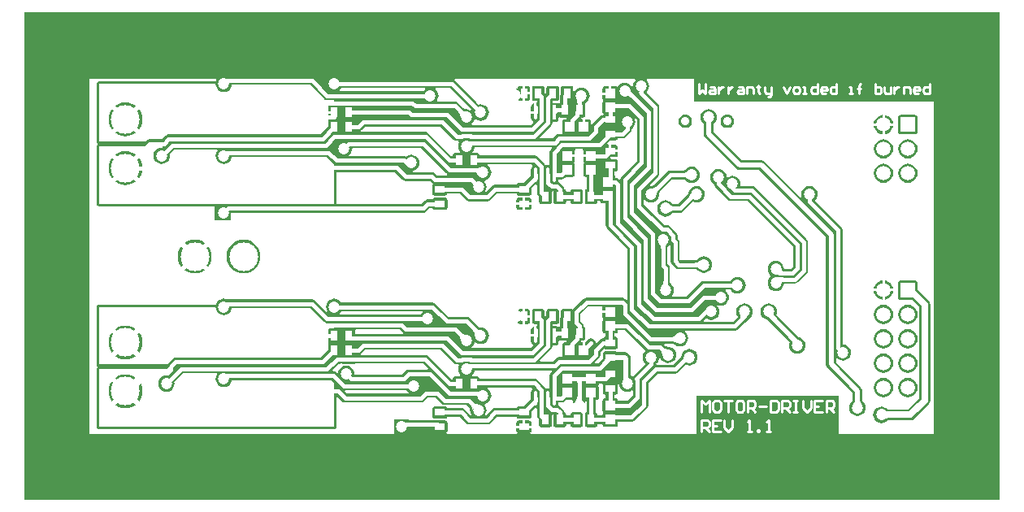
<source format=gbr>
%FSDAX33Y33*%
%MOMM*%
%SFA1B1*%

%IPPOS*%
%AMD1002*
%
%ADD56R,0.800001X1.050000*%
%ADD62R,1.000001X1.100000*%
%ADD70R,1.050000X0.800001*%
%ADD74R,1.100000X1.000001*%
%ADD75C,0.399999*%
%ADD76C,0.508000*%
%ADD77C,0.635000*%
%ADD78C,0.381000*%
%ADD82C,0.499999*%
%ADD83C,0.254000*%
%ADD84C,0.900001*%
%ADD85C,1.500000*%
%ADD86R,1.500000X1.500000*%
%ADD87C,2.999999*%
%ADD88C,1.200000*%
%ADD91O,0.399999X1.500000*%
%ADD92R,0.399999X1.500000*%
%LNgbr_bot-1*%
%LPD*%
G36*
X101600Y050800D02*
X000000D01*
Y000000*
X101600*
Y050800*
G37*
%LNgbr_bot-2*%
%LPC*%
G36*
X067421Y016528D02*
X067475Y016526D01*
X067528Y016521*
X067582Y016512*
X067635Y016500*
X067689Y016484*
X067742Y016465*
X067795Y016442*
X067848Y016416*
X067901Y016386*
X067954Y016353*
X067779Y017175*
X067746Y017128*
X067711Y017086*
X067673Y017049*
X067632Y017017*
X067588Y016990*
X067542Y016968*
X067493Y016950*
X067442Y016938*
X067387Y016931*
X067330Y016928*
X067421Y016528*
G37*
G36*
X068610Y033653D02*
X068665Y033651D01*
X068720Y033644*
X068773Y033633*
X068825Y033618*
X068875Y033598*
X068924Y033574*
X068972Y033545*
X069018Y033512*
X069063Y033475*
X069107Y033433*
Y034273*
X069063Y034231*
X069018Y034194*
X068972Y034161*
X068924Y034132*
X068875Y034108*
X068825Y034088*
X068773Y034073*
X068720Y034062*
X068665Y034055*
X068610Y034053*
Y033653*
G37*
G36*
X065799Y032649D02*
X065758Y032611D01*
X065715Y032578*
X065669Y032548*
X065622Y032522*
X065572Y032501*
X065521Y032483*
X065467Y032469*
X065410Y032460*
X065352Y032454*
X065291Y032453*
X065885Y031859*
X065887Y031920*
X065892Y031978*
X065902Y032034*
X065915Y032088*
X065933Y032140*
X065955Y032190*
X065980Y032237*
X066010Y032282*
X066044Y032325*
X066081Y032366*
X065799Y032649*
G37*
G36*
X066735Y026177D02*
X066738Y026233D01*
X066744Y026287*
X066755Y026340*
X066771Y026392*
X066791Y026442*
X066815Y026492*
X066843Y026539*
X066876Y026586*
X066914Y026631*
X066956Y026675*
X066115*
X066157Y026631*
X066195Y026586*
X066228Y026539*
X066256Y026492*
X066280Y026442*
X066300Y026392*
X066316Y026340*
X066327Y026287*
X066333Y026233*
X066335Y026177*
X066735*
G37*
G36*
X066585Y022779D02*
X066583Y022723D01*
X066577Y022669*
X066566Y022616*
X066550Y022564*
X066530Y022514*
X066506Y022465*
X066478Y022417*
X066445Y022370*
X066407Y022325*
X066365Y022282*
X067205*
X067164Y022325*
X067126Y022370*
X067093Y022417*
X067065Y022465*
X067040Y022514*
X067021Y022564*
X067005Y022616*
X066994Y022669*
X066988Y022723*
X066985Y022779*
X066585*
G37*
G36*
X066239Y015616D02*
X066277Y015575D01*
X066311Y015532*
X066341Y015487*
X066366Y015440*
X066388Y015390*
X066406Y015338*
X066419Y015284*
X066429Y015228*
X066434Y015170*
X066436Y015109*
X067029Y015703*
X066969Y015704*
X066911Y015710*
X066854Y015719*
X066800Y015733*
X066749Y015751*
X066699Y015772*
X066652Y015798*
X066606Y015828*
X066563Y015861*
X066522Y015899*
X066239Y015616*
G37*
G36*
X045240Y040366D02*
X045277Y040325D01*
X045311Y040282*
X045341Y040237*
X045366Y040190*
X045388Y040140*
X045406Y040088*
X045419Y040034*
X045429Y039978*
X045434Y039920*
X045436Y039859*
X046029Y040453*
X045969Y040454*
X045911Y040460*
X045854Y040469*
X045800Y040483*
X045749Y040501*
X045699Y040522*
X045652Y040548*
X045606Y040578*
X045563Y040611*
X045522Y040649*
X045240Y040366*
G37*
G36*
Y017116D02*
X045277Y017075D01*
X045311Y017032*
X045341Y016987*
X045366Y016940*
X045388Y016890*
X045406Y016838*
X045419Y016784*
X045429Y016728*
X045434Y016670*
X045436Y016609*
X046029Y017203*
X045969Y017204*
X045911Y017210*
X045854Y017219*
X045800Y017233*
X045749Y017251*
X045699Y017272*
X045652Y017298*
X045606Y017328*
X045563Y017361*
X045522Y017399*
X045240Y017116*
G37*
G36*
X046490Y009866D02*
X046528Y009825D01*
X046561Y009782*
X046591Y009737*
X046617Y009689*
X046638Y009640*
X046656Y009588*
X046669Y009534*
X046679Y009478*
X046684Y009419*
X046686Y009359*
X047280Y009953*
X047219Y009954*
X047161Y009960*
X047105Y009969*
X047051Y009983*
X046999Y010000*
X046949Y010022*
X046902Y010048*
X046857Y010077*
X046813Y010111*
X046773Y010149*
X046490Y009866*
G37*
G36*
X046828Y034153D02*
X046886Y034151D01*
X046940Y034143*
X046990Y034130*
X047036Y034113*
X047077Y034090*
X047115Y034062*
X047148Y034029*
X047176Y033991*
X047201Y033948*
X047221Y033900*
X047566Y034661*
X047511Y034641*
X047348Y034592*
X047295Y034580*
X047188Y034563*
X047135Y034557*
X047029Y034553*
X046828Y034153*
G37*
G36*
X046740Y017616D02*
X046777Y017575D01*
X046811Y017532*
X046841Y017487*
X046866Y017440*
X046888Y017390*
X046906Y017338*
X046919Y017284*
X046929Y017228*
X046934Y017170*
X046936Y017109*
X047529Y017703*
X047469Y017704*
X047411Y017710*
X047354Y017719*
X047300Y017733*
X047249Y017751*
X047199Y017772*
X047152Y017798*
X047106Y017828*
X047063Y017861*
X047022Y017899*
X046740Y017616*
G37*
G36*
X074830Y018614D02*
X075342Y019087D01*
X074554Y019245*
X074580Y019205*
X074598Y019166*
X074608Y019126*
X074612Y019085*
X074608Y019044*
X074597Y019002*
X074579Y018960*
X074553Y018917*
X074520Y018874*
X074479Y018830*
X074830Y018614*
G37*
G36*
X063387Y042285D02*
X063350Y042323D01*
X063316Y042364*
X063284Y042407*
X063253Y042452*
X063198Y042550*
X063173Y042603*
X063130Y042715*
X063111Y042774*
X062718Y042032*
X062771Y042046*
X062824Y042054*
X062875Y042057*
X062924Y042053*
X062973Y042044*
X063020Y042028*
X063066Y042007*
X063111Y041980*
X063155Y041947*
X063198Y041908*
X063387Y042285*
G37*
G36*
X057985Y041145D02*
X057988Y041204D01*
X057996Y041258*
X058008Y041307*
X058026Y041353*
X058049Y041395*
X058077Y041432*
X058110Y041465*
X058148Y041494*
X058191Y041518*
X058239Y041539*
X057477Y041883*
X057498Y041828*
X057547Y041665*
X057558Y041612*
X057576Y041505*
X057581Y041452*
X057585Y041346*
X057985Y041145*
G37*
G36*
X057585Y010779D02*
X057583Y010723D01*
X057577Y010669*
X057566Y010616*
X057550Y010564*
X057531Y010514*
X057506Y010465*
X057478Y010417*
X057445Y010370*
X057407Y010325*
X057366Y010282*
X058205*
X058164Y010325*
X058126Y010370*
X058093Y010417*
X058065Y010465*
X058040Y010514*
X058021Y010564*
X058005Y010616*
X057994Y010669*
X057988Y010723*
X057985Y010779*
X057585*
G37*
G36*
X057785Y012803D02*
X057385Y012403D01*
X057423Y012401*
X057458Y012395*
X057487Y012385*
X057513Y012371*
X057535Y012353*
X057553Y012331*
X057567Y012305*
X057577Y012275*
X057583Y012241*
X057585Y012203*
X057985*
X057987Y012241*
X057993Y012275*
X058003Y012305*
X058017Y012331*
X058035Y012353*
X058057Y012371*
X058083Y012385*
X058113Y012395*
X058147Y012401*
X058185Y012403*
X057785Y012803*
G37*
G36*
X064435Y042322D02*
X064446Y042541D01*
X064025*
X064027Y042538*
X064029Y042531*
X064030Y042520*
X064033Y042485*
X064035Y042322*
X064435*
G37*
G36*
X069860Y024303D02*
X069915Y024301D01*
X069970Y024294*
X070023Y024283*
X070074Y024268*
X070125Y024248*
X070174Y024224*
X070222Y024195*
X070268Y024162*
X070313Y024125*
X070357Y024083*
Y024923*
X070313Y024881*
X070268Y024844*
X070222Y024811*
X070174Y024782*
X070125Y024758*
X070074Y024738*
X070023Y024723*
X069970Y024712*
X069915Y024705*
X069860Y024703*
Y024303*
G37*
G36*
X060422Y013957D02*
X060522Y014056D01*
X060982Y014457*
X061013Y014473*
X061036Y014478*
X060660Y014853*
X060655Y014831*
X060640Y014799*
X060614Y014759*
X060577Y014711*
X060473Y014588*
X060238Y014340*
X060139Y014240*
X060422Y013957*
G37*
G36*
X007785Y030853D02*
X032285D01*
Y034979*
X032211Y035029*
X031510Y035729*
X021627*
X021614Y035631*
X021528Y035424*
X021392Y035247*
X021214Y035111*
X021007Y035025*
X020785Y034996*
X020564Y035025*
X020357Y035111*
X020179Y035247*
X020043Y035424*
X019957Y035631*
X019928Y035853*
X019957Y036075*
X020043Y036282*
X020109Y036367*
X020046Y036494*
X015576*
X015119Y036037*
X015143Y035853*
X015114Y035631*
X015028Y035424*
X014892Y035247*
X014714Y035111*
X014507Y035025*
X014285Y034996*
X014064Y035025*
X013857Y035111*
X013679Y035247*
X013543Y035424*
X013457Y035631*
X013428Y035853*
X013457Y036075*
X013543Y036282*
X013679Y036459*
X013857Y036596*
X014064Y036681*
X014285Y036710*
X014398Y036696*
X014422Y036726*
X014360Y036853*
X007785*
Y030853*
G37*
G36*
X048251Y034817D02*
X048392Y034709D01*
X048528Y034532*
X048614Y034325*
X048643Y034103*
X048614Y033881*
X048528Y033674*
X048392Y033497*
X048214Y033360*
X048008Y033275*
X048002Y033274*
X047946Y033139*
X048028Y033032*
X048114Y032825*
X048143Y032603*
X048114Y032381*
X048028Y032174*
X048124Y032091*
X048711Y032678*
X048860Y032777*
X049035Y032812*
X051267*
X051275Y032851*
X051330Y032933*
X051413Y032989*
X051510Y033008*
X052042*
X052777Y033743*
Y034403*
X052812Y034579*
X052911Y034728*
X052921Y034875*
X052858Y034944*
X048294*
X048251Y034817*
G37*
G36*
X033390Y011267D02*
X033596Y011062D01*
X039962*
X040005Y011189*
X039929Y011247*
X039816Y011394*
X033443*
X033390Y011267*
G37*
G36*
X055640Y016538D02*
Y016353D01*
X055621Y016256*
X055566Y016173*
X055483Y016118*
X055385Y016098*
X054994*
Y016015*
X054959Y015839*
X054860Y015690*
X053699Y014529*
X053748Y014412*
X055090*
X055405Y014728*
X055554Y014827*
X055730Y014862*
X055985*
X056013Y014891*
X056068Y014989*
X056056Y015053*
Y016153*
X056075Y016251*
X056130Y016333*
X056213Y016389*
X056310Y016408*
X056484*
X056508Y016446*
X056437Y016573*
X055885*
X055788Y016593*
X055767Y016606*
X055640Y016538*
G37*
G36*
X035110Y038529D02*
X035077Y038507D01*
X035051Y038336*
X035070Y038312*
X041785*
X041961Y038277*
X042110Y038178*
X044476Y035812*
X044631*
Y035878*
X044650Y035976*
X044705Y036058*
X044788Y036114*
X044885Y036133*
X045391*
X045394Y036143*
X045419Y036260*
X045293Y036424*
X045207Y036631*
X045178Y036853*
X045207Y037075*
X045287Y037267*
X045246Y037377*
X045238Y037394*
X045035*
X044860Y037429*
X044711Y037529*
X043345Y038894*
X035476*
X035110Y038529*
G37*
G36*
X042816Y042767D02*
X042892Y042709D01*
X043028Y042532*
X043114Y042325*
X043143Y042103*
X043114Y041881*
X043028Y041674*
X042991Y041626*
X043047Y041512*
X044836*
X045011Y041477*
X045160Y041378*
X045744Y040794*
X045755Y040785*
X045782Y040767*
X045811Y040751*
X045841Y040738*
X045873Y040728*
X045907Y040719*
X045944Y040713*
X045984Y040709*
X046019Y040708*
X046035Y040710*
X046257Y040681*
X046464Y040596*
X046466Y040594*
X046550Y040690*
X046461Y040779*
X046461Y040779*
X045711Y041529*
X044345Y042894*
X042859*
X042816Y042767*
G37*
G36*
X044800Y043717D02*
X044860Y043678D01*
X046360Y042178*
X047110Y041428*
X047351Y041186*
X047535Y041210*
X047757Y041181*
X047964Y041096*
X048142Y040959*
X048278Y040782*
X048364Y040575*
X048393Y040353*
X048364Y040131*
X048278Y039924*
X048142Y039747*
X047964Y039611*
X047757Y039525*
X047535Y039496*
X047314Y039525*
X047107Y039611*
X047000Y039693*
X046864Y039637*
X046864Y039631*
X046778Y039424*
X046642Y039247*
X046566Y039189*
X046609Y039062*
X052765*
X052979Y039276*
X052963Y039439*
X052908Y039476*
X052808Y039626*
X052773Y039803*
Y040226*
X053235*
Y040353*
X053362*
Y041405*
X053413Y041446*
X053404Y041573*
X053135*
X053038Y041593*
X052955Y041648*
X052900Y041731*
X052881Y041828*
Y042878*
X052900Y042976*
X052955Y043058*
X053038Y043114*
X053135Y043133*
X053935*
X054033Y043114*
X054116Y043058*
X054171Y042976*
X054190Y042878*
Y042417*
X054312Y042364*
X054325Y042368*
X054381Y042420*
Y042878*
X054400Y042976*
X054455Y043058*
X054538Y043114*
X054635Y043133*
X055435*
X055533Y043114*
X055616Y043058*
X055671Y042976*
X055690Y042878*
Y041828*
X055671Y041731*
X055616Y041648*
X055533Y041593*
X055435Y041573*
X054994*
Y041358*
X055385*
X055483Y041339*
X055566Y041283*
X055704Y041306*
X055705Y041308*
X055788Y041364*
X055827Y041371*
Y042103*
X055862Y042279*
X055881Y042307*
Y042878*
X055900Y042976*
X055955Y043058*
X056038Y043114*
X056135Y043133*
X056935*
X057033Y043114*
X057116Y043058*
X057171Y042976*
X057190Y042878*
Y042602*
X057317Y042564*
X057429Y042709*
X057607Y042846*
X057814Y042931*
X058035Y042960*
X058257Y042931*
X058464Y042846*
X058642Y042709*
X058778Y042532*
X058864Y042325*
X058893Y042103*
X058864Y041881*
X058778Y041674*
X058642Y041497*
X058464Y041361*
X058421Y041226*
X058440Y041128*
Y040078*
X058421Y039981*
X058366Y039898*
X058283Y039843*
X058185Y039823*
X058034*
X058013Y039789*
X058085Y039662*
X058133*
Y038853*
X058387*
Y039662*
X058760*
X058860Y039642*
X058944Y039586*
X059000Y039502*
X059019Y039403*
Y039119*
X059146Y039081*
X059211Y039178*
X059961Y039928*
X060110Y040027*
X060267Y040058*
X060275Y040101*
X060329Y040182*
X060305Y040198*
X060250Y040281*
X060231Y040378*
Y041378*
X060250Y041476*
X060274Y041511*
X060302Y041645*
X060246Y041729*
X060227Y041828*
Y042201*
X061035*
Y042328*
X061162*
Y043087*
X061585*
X061685Y043067*
X061788Y043033*
X061846Y043101*
X061929Y043209*
X062107Y043346*
X062314Y043431*
X062535Y043460*
X062757Y043431*
X062964Y043346*
X063142Y043209*
X063256Y043061*
X063364Y043098*
X063379Y043109*
X063407Y043325*
X063493Y043532*
X063629Y043709*
X063649Y043724*
X063608Y043844*
X044839*
X044800Y043717*
G37*
G36*
X032872Y014169D02*
X032751D01*
X032095Y013514*
X032144Y013397*
X032200*
X032376Y013362*
X032525Y013263*
X032577Y013210*
X032698Y013251*
X032707Y013325*
X032793Y013532*
X032929Y013709*
X033107Y013846*
X033314Y013931*
X033536Y013960*
X033757Y013931*
X033964Y013846*
X034142Y013709*
X034278Y013532*
X034364Y013325*
X034393Y013103*
X034429Y013062*
X039345*
X039711Y013428*
X039860Y013527*
X040035Y013562*
X042012*
X042060Y013679*
X041545Y014194*
X034498*
X034372Y014169*
X033199*
X033073Y014194*
X032998*
X032872Y014169*
G37*
G36*
X059844Y012103D02*
X059825Y012004D01*
X059769Y011920*
X059797Y011786*
X059821Y011751*
X059840Y011653*
Y010653*
X059821Y010556*
X059766Y010473*
X059683Y010418*
X059585Y010398*
X059494*
Y009121*
X059533Y009114*
X059616Y009058*
X059671Y008976*
X059690Y008878*
Y008812*
X060231*
Y008878*
X060250Y008976*
X060305Y009058*
Y009148*
X060250Y009231*
X060231Y009328*
Y010328*
X060250Y010426*
X060305Y010508*
X060388Y010564*
X060485Y010583*
X060577*
Y010948*
X060510*
X060413Y010968*
X060330Y011023*
X060275Y011106*
X060256Y011203*
Y012003*
X060258Y012017*
X060163Y012144*
X059844*
Y012103*
G37*
G36*
X032892Y019497D02*
X032816Y019439D01*
X032859Y019312*
X041316*
X041430Y019459*
X041505Y019517*
X041462Y019644*
X033005*
X032892Y019497*
G37*
G36*
Y042747D02*
X032816Y042689D01*
X032859Y042562*
X041566*
X041679Y042709*
X041755Y042767*
X041712Y042894*
X033005*
X032892Y042747*
G37*
G36*
X046864Y036631D02*
X046778Y036424D01*
X046652Y036260*
X046677Y036143*
X046680Y036133*
X047185*
X047283Y036114*
X047366Y036058*
X047421Y035976*
X047440Y035878*
Y035862*
X053155*
X053330Y035827*
X053479Y035728*
X054210Y034997*
X054309Y034848*
X054440Y034843*
X054535Y034862*
X054600Y034849*
X054727Y034953*
Y036189*
X054762Y036365*
X054861Y036514*
X054974Y036627*
X054925Y036744*
X046879*
X046864Y036631*
G37*
G36*
X061840Y017628D02*
X061821Y017531D01*
X061766Y017448*
X061683Y017393*
X061585Y017373*
X061494*
Y017008*
X061560*
X061658Y016989*
X061741Y016933*
X061796Y016851*
X061815Y016753*
Y015953*
X061796Y015856*
X061741Y015773*
X061658Y015718*
X061560Y015698*
X060510*
X060413Y015718*
X060345Y015763*
X059994Y015413*
Y015103*
X059959Y014928*
X059860Y014779*
X059411Y014329*
X059459Y014212*
X059745*
X060134Y014600*
X060256Y014729*
Y015253*
X060275Y015351*
X060330Y015433*
X060413Y015489*
X060510Y015508*
X061560*
X061658Y015489*
X061741Y015433*
X061785Y015367*
X062535*
X062732Y015328*
X062899Y015216*
X063045Y015070*
X063156Y014904*
X063195Y014707*
Y012923*
X063291Y012849*
X063425Y012874*
X063461Y012928*
X064685Y014152*
X064679Y014247*
X064543Y014424*
X064457Y014631*
X064428Y014853*
X064457Y015075*
X064543Y015282*
X064656Y015429*
X064660Y015538*
X064646Y015594*
X062570Y017669*
X061840*
Y017628*
G37*
G36*
X057945Y019348D02*
Y018608D01*
X058117Y018435*
X058217Y018286*
X058250Y018120*
X058283Y018114*
X058366Y018058*
X058421Y017976*
X058440Y017878*
Y016828*
X058421Y016731*
X058366Y016648*
X058283Y016593*
X058185Y016573*
X058034*
X058013Y016539*
X058085Y016412*
X058133*
Y015603*
X058387*
Y016412*
X058421*
X058711Y016703*
X058860Y016802*
X059036Y016837*
X059211Y016802*
X059360Y016703*
X059459Y016554*
X059492Y016388*
X059531Y016364*
X059614Y016331*
X059961Y016678*
X060110Y016777*
X060267Y016808*
X060275Y016851*
X060330Y016933*
X060413Y016989*
X060510Y017008*
X060577*
Y017373*
X060485*
X060388Y017393*
X060305Y017448*
X060250Y017531*
X060231Y017628*
Y018628*
X060250Y018726*
X060274Y018761*
X060302Y018895*
X060246Y018979*
X060227Y019078*
Y019451*
X061035*
Y019705*
X060227*
Y020078*
X060172Y020144*
X058741*
X057945Y019348*
G37*
G36*
X063563Y039697D02*
X063614Y039575D01*
X063643Y039353*
X063614Y039131*
X063528Y038924*
X063392Y038747*
X063244Y038634*
Y038605*
X063245Y038603*
X063210Y038428*
X063110Y038279*
X062610Y037779*
X062461Y037679*
X062285Y037644*
X061804*
X061796Y037606*
X061741Y037523*
X061658Y037468*
X061560Y037448*
X061029*
X060711Y037129*
X060759Y037012*
X060908*
Y036353*
X061035*
Y036226*
X061819*
Y035953*
X061800Y035854*
X061744Y035770*
X061660Y035714*
X061560Y035694*
X061073*
X061028Y035635*
X061091Y035508*
X061560*
X061658Y035489*
X061741Y035433*
X061796Y035351*
X061815Y035253*
Y034453*
X061796Y034356*
X061741Y034273*
X061658Y034218*
X061560Y034198*
X061494*
Y033773*
X061516Y033758*
X061571Y033676*
X061590Y033578*
Y033531*
X061736Y033502*
X061885Y033403*
X061963Y033325*
X062083Y033384*
X062112Y033529*
X062211Y033678*
X063827Y035293*
Y039613*
X063671Y039769*
X063563Y039697*
G37*
G36*
X034143Y036603D02*
X034114Y036381D01*
X034028Y036174*
X033892Y035997*
X033816Y035939*
X033859Y035812*
X039536*
X039711Y035777*
X039741Y035757*
X039857Y035846*
X040064Y035931*
X040286Y035960*
X040507Y035931*
X040714Y035846*
X040892Y035709*
X041028Y035532*
X041114Y035325*
X041143Y035103*
X041114Y034881*
X041028Y034674*
X040892Y034497*
X040714Y034361*
X040507Y034275*
X040499Y034274*
X040508Y034147*
X042450*
X042626Y034112*
X042775Y034013*
X042976Y033812*
X044001*
X044020Y033836*
X043994Y034007*
X043961Y034029*
X041345Y036644*
X034179*
X034143Y036603*
G37*
G36*
X055640Y039788D02*
Y039603D01*
X055621Y039506*
X055566Y039423*
X055483Y039368*
X055385Y039348*
X054994*
Y039265*
X054959Y039089*
X054860Y038940*
X053699Y037779*
X053748Y037662*
X055090*
X055405Y037978*
X055554Y038077*
X055730Y038112*
X055985*
X056013Y038141*
X056068Y038239*
X056056Y038303*
Y039403*
X056075Y039501*
X056130Y039583*
X056213Y039639*
X056310Y039658*
X056484*
X056508Y039696*
X056437Y039823*
X055885*
X055788Y039843*
X055767Y039856*
X055640Y039788*
G37*
G36*
X048251Y011567D02*
X048392Y011459D01*
X048528Y011282*
X048614Y011075*
X048643Y010853*
X048614Y010631*
X048528Y010424*
X048392Y010247*
X048214Y010110*
X048008Y010025*
X048002Y010024*
X047946Y009889*
X048028Y009782*
X048114Y009575*
X048143Y009353*
X048114Y009131*
X048028Y008924*
X048124Y008841*
X048711Y009428*
X048860Y009527*
X049035Y009562*
X051267*
X051275Y009601*
X051330Y009683*
X051413Y009739*
X051510Y009758*
X052042*
X052777Y010493*
Y011153*
X052812Y011329*
X052911Y011478*
X052921Y011625*
X052858Y011694*
X048294*
X048251Y011567*
G37*
G36*
X034440Y017628D02*
Y017312D01*
X039417*
X039456Y017439*
X039396Y017479*
X039131Y017744*
X034547*
X034440Y017628*
G37*
G36*
X006794Y006862D02*
X038535D01*
Y008353*
X040035*
Y008312*
X043035*
X043211Y008277*
X043233Y008262*
X043810*
X043910Y008242*
X043994Y008186*
X044050Y008102*
X044069Y008003*
Y007203*
X044050Y007104*
X043994Y007020*
X043947Y006989*
X043985Y006862*
X051336*
X051374Y006989*
X051327Y007020*
X051271Y007104*
X051252Y007203*
Y007476*
X052035*
X052819*
Y007203*
X052800Y007104*
X052744Y007020*
X052697Y006989*
X052735Y006862*
X070035*
Y010860*
X084839*
Y006862*
X094777*
Y041516*
X069781*
Y043844*
X064863*
X064822Y043724*
X064842Y043709*
X064978Y043532*
X065064Y043325*
X065093Y043103*
X065064Y042881*
X064978Y042674*
X064842Y042497*
X064834Y042373*
X066010Y041197*
X066109Y041048*
X066144Y040872*
Y034003*
X066109Y033827*
X066010Y033679*
X065152Y032821*
X065212Y032701*
X065286Y032710*
X065302Y032708*
X065337Y032709*
X065377Y032713*
X065414Y032719*
X065448Y032728*
X065480Y032738*
X065510Y032751*
X065539Y032767*
X065566Y032785*
X065577Y032794*
X066961Y034178*
X067110Y034277*
X067285Y034312*
X068664*
X068678Y034314*
X068710Y034320*
X068741Y034329*
X068772Y034341*
X068802Y034356*
X068832Y034374*
X068863Y034396*
X068894Y034422*
X068919Y034446*
X068929Y034459*
X069107Y034596*
X069314Y034681*
X069535Y034710*
X069757Y034681*
X069964Y034596*
X070142Y034459*
X070278Y034282*
X070364Y034075*
X070393Y033853*
X070364Y033631*
X070278Y033424*
X070142Y033247*
X069964Y033111*
X069757Y033025*
X069535Y032996*
X069314Y033025*
X069107Y033111*
X068929Y033247*
X068919Y033260*
X068894Y033284*
X068863Y033310*
X068832Y033332*
X068802Y033350*
X068772Y033365*
X068741Y033377*
X068710Y033386*
X068678Y033393*
X068664Y033394*
X067476*
X066226Y032145*
X066217Y032133*
X066199Y032106*
X066184Y032078*
X066171Y032048*
X066160Y032016*
X066151Y031982*
X066145Y031945*
X066141Y031905*
X066141Y031869*
X066143Y031853*
X066114Y031631*
X066028Y031424*
X065892Y031247*
X065714Y031111*
X065507Y031025*
X065286Y030996*
X065064Y031025*
X064857Y031111*
X064679Y031247*
X064621Y031322*
X064494Y031279*
Y030793*
X066676Y028612*
X066970*
X067146Y028577*
X067295Y028478*
X067910Y027862*
X068009Y027714*
X068044Y027538*
Y027243*
X068110Y027178*
X068209Y027029*
X068244Y026853*
Y025043*
X068326Y024962*
X069914*
X069928Y024964*
X069960Y024970*
X069991Y024979*
X070022Y024991*
X070052Y025006*
X070082Y025024*
X070113Y025046*
X070144Y025072*
X070169Y025096*
X070179Y025109*
X070357Y025246*
X070564Y025331*
X070785Y025360*
X071007Y025331*
X071214Y025246*
X071392Y025109*
X071528Y024932*
X071614Y024725*
X071643Y024503*
X071614Y024281*
X071528Y024074*
X071392Y023897*
X071214Y023761*
X071007Y023675*
X070785Y023646*
X070564Y023675*
X070357Y023761*
X070179Y023897*
X070169Y023910*
X070144Y023934*
X070113Y023960*
X070082Y023982*
X070052Y024000*
X070022Y024015*
X069991Y024027*
X069960Y024036*
X069928Y024043*
X069914Y024044*
X068135*
X067960Y024079*
X067811Y024179*
X067461Y024529*
X067362Y024678*
X067327Y024853*
Y026529*
X067200Y026572*
X067142Y026497*
X067129Y026487*
X067104Y026461*
X067079Y026430*
X067057Y026400*
X067039Y026369*
X067024Y026339*
X067012Y026309*
X067003Y026278*
X066996Y026246*
X066994Y026232*
Y024543*
X067110Y024428*
X067209Y024279*
X067244Y024103*
Y022724*
X067246Y022710*
X067253Y022678*
X067262Y022647*
X067274Y022617*
X067289Y022587*
X067307Y022556*
X067329Y022526*
X067354Y022495*
X067379Y022469*
X067392Y022459*
X067528Y022282*
X067614Y022075*
X067643Y021853*
X067614Y021631*
X067528Y021424*
X067449Y021321*
X067512Y021194*
X068978*
X070461Y022678*
X070610Y022777*
X070785Y022812*
X073566*
X073679Y022959*
X073857Y023096*
X074064Y023181*
X074285Y023210*
X074507Y023181*
X074714Y023096*
X074892Y022959*
X075028Y022782*
X075114Y022575*
X075143Y022353*
X075114Y022131*
X075028Y021924*
X074892Y021747*
X074714Y021611*
X074507Y021525*
X074285Y021496*
X074064Y021525*
X073857Y021611*
X073679Y021747*
X073566Y021894*
X073109*
X073066Y021767*
X073142Y021709*
X073278Y021532*
X073364Y021325*
X073393Y021103*
X073364Y020881*
X073278Y020674*
X073142Y020497*
X072964Y020361*
X072757Y020275*
X072535Y020246*
X072314Y020275*
X072208Y020319*
X072142Y020209*
X072278Y020032*
X072364Y019825*
X072393Y019603*
X072364Y019381*
X072278Y019174*
X072142Y018997*
X071964Y018861*
X071757Y018775*
X071536Y018746*
X071314Y018775*
X071107Y018861*
X071014Y018932*
X070760Y018679*
X070809Y018562*
X073845*
X074334Y019051*
X074342Y019060*
X074352Y019077*
X074355Y019084*
X074340Y019106*
X074335Y019120*
X074293Y019174*
X074207Y019381*
X074178Y019603*
X074207Y019825*
X074293Y020032*
X074429Y020209*
X074607Y020346*
X074814Y020431*
X075035Y020460*
X075257Y020431*
X075464Y020346*
X075642Y020209*
X075778Y020032*
X075864Y019825*
X075893Y019603*
X075864Y019381*
X075778Y019174*
X075642Y018997*
X075511Y018897*
X075078Y018497*
X074360Y017779*
X074211Y017679*
X074035Y017644*
X068859*
X068816Y017517*
X068892Y017459*
X069028Y017282*
X069114Y017075*
X069143Y016853*
X069114Y016631*
X069028Y016424*
X068892Y016247*
X068714Y016111*
X068507Y016025*
X068285Y015996*
X068064Y016025*
X067857Y016111*
X067826Y016134*
X067818Y016137*
X067771Y016167*
X067729Y016191*
X067688Y016211*
X067648Y016228*
X067609Y016242*
X067571Y016253*
X067533Y016262*
X067495Y016268*
X067485Y016269*
X066698*
X066645Y016142*
X066744Y016044*
X066755Y016035*
X066782Y016017*
X066811Y016001*
X066841Y015988*
X066873Y015978*
X066907Y015969*
X066944Y015963*
X066984Y015959*
X067019Y015958*
X067035Y015960*
X067257Y015931*
X067464Y015846*
X067642Y015709*
X067778Y015532*
X067864Y015325*
X067893Y015103*
X067864Y014881*
X067778Y014674*
X067642Y014497*
X067464Y014361*
X067257Y014275*
X067035Y014246*
X066814Y014275*
X066607Y014361*
X066429Y014497*
X066293Y014674*
X066258Y014758*
X066128Y014741*
X066114Y014631*
X066028Y014424*
X065892Y014247*
X065816Y014189*
X065858Y014064*
X065866Y014062*
X067595*
X068434Y014901*
X068457Y015075*
X068543Y015282*
X068679Y015459*
X068857Y015596*
X069064Y015681*
X069285Y015710*
X069507Y015681*
X069714Y015596*
X069892Y015459*
X070028Y015282*
X070114Y015075*
X070143Y014853*
X070114Y014631*
X070028Y014424*
X069892Y014247*
X069714Y014111*
X069507Y014025*
X069285Y013996*
X069064Y014025*
X068917Y014086*
X068110Y013279*
X067961Y013179*
X067785Y013144*
X065976*
X064994Y012163*
Y009853*
X064959Y009678*
X064860Y009529*
X063610Y008279*
X063461Y008179*
X063285Y008144*
X061840*
Y007878*
X061821Y007781*
X061766Y007698*
X061683Y007643*
X061585Y007623*
X060485*
X060388Y007643*
X060305Y007698*
X060250Y007781*
X060231Y007878*
Y007894*
X059690*
Y007828*
X059671Y007731*
X059616Y007648*
X059533Y007593*
X059435Y007573*
X058635*
X058538Y007593*
X058455Y007648*
X058400Y007731*
X058381Y007828*
Y008878*
X058400Y008976*
X058455Y009058*
X058538Y009114*
X058577Y009121*
Y010214*
X058450Y010230*
X058441Y010184*
X058439Y010182*
X058439Y010179*
X058412Y010140*
X058386Y010101*
X058383Y010100*
X058382Y010097*
X058342Y010072*
X058303Y010046*
X058300Y010046*
X058298Y010044*
X058251Y010036*
X058244Y010034*
Y009853*
X058209Y009678*
X058110Y009529*
X057961Y009429*
X057785Y009394*
X057610Y009429*
X057461Y009529*
X057362Y009678*
X057327Y009853*
Y010034*
X057320Y010036*
X057273Y010044*
X057271Y010046*
X057268Y010046*
X057229Y010072*
X057189Y010097*
X057188Y010100*
X057185Y010101*
X057159Y010140*
X057132Y010179*
X057132Y010182*
X057130Y010184*
X057121Y010230*
X057111Y010276*
X057111Y010279*
X057111Y010282*
X057043Y010375*
X057004Y010398*
X056429*
X056310Y010279*
X056161Y010179*
X055985Y010144*
X055644*
Y010053*
X055626Y009963*
X055661Y009827*
X055810Y009728*
X056110Y009428*
X056209Y009279*
X056241Y009122*
X056283Y009114*
X056366Y009058*
X056421Y008976*
X056440Y008878*
Y008812*
X056881*
Y008878*
X056900Y008976*
X056955Y009058*
X057038Y009114*
X057135Y009133*
X057935*
X058033Y009114*
X058116Y009058*
X058171Y008976*
X058190Y008878*
Y007828*
X058171Y007731*
X058116Y007648*
X058033Y007593*
X057935Y007573*
X057135*
X057038Y007593*
X056955Y007648*
X056900Y007731*
X056881Y007828*
Y007894*
X056440*
Y007828*
X056421Y007731*
X056366Y007648*
X056283Y007593*
X056185Y007573*
X055385*
X055288Y007593*
X055205Y007648*
X055150Y007731*
X055131Y007828*
Y008878*
X055106Y008908*
X055055*
X054940Y008791*
Y007828*
X054921Y007731*
X054866Y007648*
X054783Y007593*
X054685Y007573*
X053885*
X053788Y007593*
X053705Y007648*
X053650Y007731*
X053631Y007828*
Y008359*
X053561Y008429*
X053462Y008578*
X053427Y008753*
Y009503*
X053300Y009607*
X053235Y009594*
X053185Y009604*
X052815Y009234*
Y008703*
X052796Y008606*
X052741Y008523*
X052658Y008468*
X052560Y008448*
X051510*
X051413Y008468*
X051330Y008523*
X051275Y008606*
X051267Y008644*
X049226*
X048560Y007978*
X048411Y007879*
X048235Y007844*
X046336*
X046160Y007879*
X046011Y007978*
X045345Y008644*
X044054*
X044046Y008606*
X043991Y008523*
X043908Y008468*
X043810Y008448*
X042760*
X042663Y008468*
X042580Y008523*
X042525Y008606*
X042506Y008703*
Y009503*
X042525Y009601*
X042580Y009683*
X042663Y009739*
X042760Y009758*
X043810*
X043908Y009739*
X043991Y009683*
X044046Y009601*
X044054Y009562*
X045535*
X045711Y009527*
X045860Y009428*
X046449Y008838*
X046545Y008922*
X046543Y008924*
X046458Y009131*
X046428Y009353*
X046431Y009369*
X046430Y009405*
X046426Y009445*
X046420Y009481*
X046411Y009516*
X046400Y009548*
X046387Y009578*
X046372Y009606*
X046354Y009633*
X046345Y009645*
X046095Y009894*
X043785*
X043610Y009929*
X043461Y010029*
X042845Y010644*
X041976*
X041610Y010279*
X041461Y010179*
X041285Y010144*
X033405*
X033230Y010179*
X033081Y010279*
X032658Y010702*
X032540Y010653*
Y007603*
X032521Y007506*
X032466Y007423*
X032383Y007368*
X032285Y007348*
X007785*
X007688Y007368*
X007605Y007423*
X007550Y007506*
X007531Y007603*
Y013603*
X007550Y013701*
X007605Y013783*
Y013923*
X007550Y014006*
X007531Y014103*
Y020103*
X007550Y020201*
X007605Y020283*
X007688Y020339*
X007785Y020358*
X019928*
X019961Y020351*
X019968Y020351*
X020043Y020532*
X020179Y020709*
X020357Y020846*
X020564Y020931*
X020785Y020960*
X021007Y020931*
X021100Y020893*
X021120Y020897*
X029950*
X030126Y020862*
X030275Y020763*
X031449Y019589*
X031544Y019673*
X031543Y019674*
X031457Y019881*
X031428Y020103*
X031457Y020325*
X031543Y020532*
X031679Y020709*
X031857Y020846*
X032064Y020931*
X032285Y020960*
X032507Y020931*
X032714Y020846*
X032892Y020709*
X033005Y020562*
X042535*
X042711Y020527*
X042860Y020428*
X044226Y019062*
X046036*
X046211Y019027*
X046360Y018928*
X047244Y018044*
X047255Y018035*
X047282Y018017*
X047311Y018001*
X047341Y017988*
X047373Y017978*
X047407Y017969*
X047444Y017963*
X047484Y017959*
X047519Y017958*
X047535Y017960*
X047757Y017931*
X047964Y017846*
X048142Y017709*
X048278Y017532*
X048364Y017325*
X048393Y017103*
X048364Y016881*
X048278Y016674*
X048142Y016497*
X047964Y016361*
X047757Y016275*
X047535Y016246*
X047314Y016275*
X047107Y016361*
X047000Y016443*
X046864Y016387*
X046864Y016381*
X046778Y016174*
X046642Y015997*
X046566Y015939*
X046609Y015812*
X052765*
X052979Y016026*
X052963Y016189*
X052908Y016226*
X052808Y016376*
X052773Y016553*
Y016976*
X053235*
Y017103*
X053362*
Y018155*
X053413Y018196*
X053404Y018323*
X053135*
X053038Y018343*
X052955Y018398*
X052900Y018481*
X052881Y018578*
Y019628*
X052900Y019726*
X052955Y019808*
X053038Y019864*
X053135Y019883*
X053935*
X054033Y019864*
X054116Y019808*
X054171Y019726*
X054190Y019628*
Y019167*
X054312Y019114*
X054325Y019118*
X054381Y019170*
Y019628*
X054400Y019726*
X054455Y019808*
X054538Y019864*
X054635Y019883*
X055435*
X055533Y019864*
X055616Y019808*
X055671Y019726*
X055690Y019628*
Y018578*
X055671Y018481*
X055616Y018398*
X055533Y018343*
X055435Y018323*
X054994*
Y018108*
X055385*
X055483Y018089*
X055566Y018033*
X055704Y018056*
X055705Y018058*
X055788Y018114*
X055827Y018121*
Y018853*
X055862Y019029*
X055881Y019057*
Y019628*
X055900Y019726*
X055955Y019808*
X056038Y019864*
X056135Y019883*
X056935*
X057033Y019864*
X057116Y019808*
X057152Y019849*
X057161Y019862*
X058227Y020928*
X058375Y021027*
X058551Y021062*
X062285*
X062461Y021027*
X062610Y020928*
X062709Y020828*
X062827Y020877*
Y026163*
X060711Y028279*
X060612Y028428*
X060577Y028603*
Y030873*
X060235*
X060138Y030893*
X060055Y030948*
X060000Y031031*
X059981Y031128*
Y031144*
X059690*
Y031078*
X059671Y030981*
X059616Y030898*
X059533Y030843*
X059435Y030823*
X058635*
X058538Y030843*
X058455Y030898*
X058400Y030981*
X058381Y031078*
Y032128*
X058400Y032226*
X058455Y032308*
X058538Y032364*
X058577Y032371*
Y033648*
X058485*
X058388Y033668*
X058305Y033723*
X058250Y033806*
X058231Y033903*
Y034903*
X058250Y035001*
X058274Y035036*
X058302Y035170*
X058246Y035254*
X058227Y035353*
Y035726*
X059036*
Y035980*
X058227*
Y036353*
X058239Y036417*
X058183Y036516*
X058155Y036544*
X057416*
X057388Y036516*
X057332Y036417*
X057344Y036353*
Y035980*
X056535*
Y035726*
X057344*
Y035353*
X057325Y035254*
X057269Y035170*
X057297Y035036*
X057321Y035001*
X057340Y034903*
Y033903*
X057321Y033806*
X057266Y033723*
X057183Y033668*
X057085Y033648*
X056429*
X056310Y033529*
X056161Y033429*
X055985Y033394*
X055644*
Y033303*
X055626Y033213*
X055661Y033077*
X055810Y032978*
X056110Y032678*
X056209Y032529*
X056241Y032372*
X056283Y032364*
X056366Y032308*
X056421Y032226*
X056440Y032128*
Y032062*
X056881*
Y032128*
X056900Y032226*
X056955Y032308*
X057038Y032364*
X057135Y032383*
X057935*
X058033Y032364*
X058116Y032308*
X058171Y032226*
X058190Y032128*
Y031078*
X058171Y030981*
X058116Y030898*
X058033Y030843*
X057935Y030823*
X057135*
X057038Y030843*
X056955Y030898*
X056900Y030981*
X056881Y031078*
Y031144*
X056440*
Y031078*
X056421Y030981*
X056366Y030898*
X056283Y030843*
X056185Y030823*
X055385*
X055288Y030843*
X055205Y030898*
X055150Y030981*
X055131Y031078*
Y032128*
X055106Y032158*
X055055*
X054940Y032041*
Y031078*
X054921Y030981*
X054866Y030898*
X054783Y030843*
X054685Y030823*
X053885*
X053788Y030843*
X053705Y030898*
X053650Y030981*
X053631Y031078*
Y031609*
X053561Y031679*
X053462Y031828*
X053427Y032003*
Y032753*
X053300Y032857*
X053235Y032844*
X053185Y032854*
X052815Y032484*
Y031953*
X052796Y031856*
X052741Y031773*
X052658Y031718*
X052560Y031698*
X051510*
X051413Y031718*
X051330Y031773*
X051275Y031856*
X051267Y031894*
X049226*
X048560Y031228*
X048411Y031129*
X048235Y031094*
X046336*
X046160Y031129*
X046011Y031228*
X045345Y031894*
X044054*
X044046Y031856*
X043991Y031773*
X043908Y031718*
X043810Y031698*
X042760*
X042663Y031718*
X042580Y031773*
X042525Y031856*
X042506Y031953*
Y032753*
X042525Y032851*
X042580Y032933*
Y032949*
X042461Y033029*
X042260Y033229*
X039700*
X039525Y033264*
X039376Y033364*
X038595Y034144*
X032540*
Y030853*
X032574Y030812*
X041345*
X041711Y031178*
X041860Y031277*
X042035Y031312*
X042513*
X042521Y031352*
X042577Y031436*
X042661Y031492*
X042760Y031512*
X043810*
X043910Y031492*
X043994Y031436*
X044050Y031352*
X044069Y031253*
Y030453*
X044050Y030354*
X043994Y030270*
X043910Y030214*
X043810Y030194*
X042760*
X042661Y030214*
X042577Y030270*
X042521Y030354*
X042513Y030394*
X042226*
X041860Y030029*
X041711Y029929*
X041535Y029894*
X021535*
Y029103*
X019785*
Y030598*
X007785*
X007688Y030618*
X007605Y030673*
X007550Y030756*
X007531Y030853*
Y036853*
X007550Y036951*
X007605Y037033*
Y037173*
X007550Y037256*
X007531Y037353*
Y043353*
X007550Y043451*
X007605Y043533*
X007688Y043589*
X007785Y043608*
X019928*
X019961Y043601*
X019968Y043601*
X020016Y043717*
X019940Y043844*
X006794*
Y006862*
G37*
G36*
X046864Y013381D02*
X046778Y013174D01*
X046652Y013010*
X046677Y012893*
X046680Y012883*
X047185*
X047283Y012864*
X047366Y012808*
X047421Y012726*
X047440Y012628*
Y012612*
X053155*
X053330Y012577*
X053479Y012478*
X054210Y011747*
X054309Y011598*
X054440Y011593*
X054535Y011612*
X054600Y011599*
X054727Y011703*
Y012939*
X054762Y013115*
X054861Y013264*
X054974Y013377*
X054925Y013494*
X046879*
X046864Y013381*
G37*
G36*
X035110Y015279D02*
X035050Y015239D01*
X035089Y015112*
X041735*
X041911Y015077*
X042060Y014978*
X044476Y012562*
X044631*
Y012628*
X044650Y012726*
X044705Y012808*
X044788Y012864*
X044885Y012883*
X045391*
X045394Y012893*
X045419Y013010*
X045293Y013174*
X045207Y013381*
X045178Y013603*
X045207Y013825*
X045287Y014017*
X045246Y014127*
X045238Y014144*
X045035*
X044860Y014179*
X044711Y014279*
X043345Y015644*
X035476*
X035110Y015279*
G37*
G36*
X061815Y011987D02*
Y011203D01*
X061796Y011106*
X061741Y011023*
X061658Y010968*
X061560Y010948*
X061494*
Y010583*
X061585*
X061683Y010564*
X061766Y010508*
X061821Y010426*
X061840Y010328*
Y010287*
X062820*
X063377Y010843*
Y011342*
X063263Y011398*
X063214Y011361*
X063007Y011275*
X062785Y011246*
X062564Y011275*
X062357Y011361*
X062179Y011497*
X062043Y011674*
X061957Y011881*
X061942Y011995*
X061815Y011987*
G37*
G36*
X007785Y007603D02*
X032285D01*
Y012204*
X032010Y012479*
X021627*
X021614Y012381*
X021528Y012174*
X021392Y011997*
X021214Y011861*
X021007Y011775*
X020785Y011746*
X020564Y011775*
X020357Y011861*
X020179Y011997*
X020043Y012174*
X019957Y012381*
X019928Y012603*
X019957Y012825*
X020043Y013032*
X020080Y013080*
X020024Y013194*
X016526*
X015619Y012287*
X015643Y012103*
X015614Y011881*
X015528Y011674*
X015392Y011497*
X015214Y011361*
X015007Y011275*
X014786Y011246*
X014564Y011275*
X014357Y011361*
X014179Y011497*
X014043Y011674*
X013957Y011881*
X013928Y012103*
X013957Y012325*
X014043Y012532*
X014179Y012709*
X014357Y012846*
X014564Y012931*
X014786Y012960*
X014970Y012936*
X015519Y013486*
X015471Y013603*
X007785*
Y007603*
G37*
G36*
Y014103D02*
X014887D01*
X015461Y014678*
X015610Y014777*
X015785Y014812*
X030845*
X031631Y015597*
Y016128*
X031650Y016226*
X031674Y016261*
X031702Y016395*
X031646Y016479*
X031627Y016578*
Y016976*
X032285*
Y017230*
X031627*
Y017628*
X031646Y017727*
X031702Y017811*
X031786Y017867*
X031885Y017887*
X032285*
Y018394*
X031536*
X031360Y018429*
X031211Y018528*
X029760Y019979*
X021627*
X021614Y019881*
X021528Y019674*
X021392Y019497*
X021214Y019361*
X021007Y019275*
X020785Y019246*
X020564Y019275*
X020357Y019361*
X020179Y019497*
X020043Y019674*
X019957Y019881*
X019928Y020103*
X007785*
Y014103*
G37*
G36*
Y037353D02*
X012637D01*
X012711Y037428*
X012860Y037527*
X013035Y037562*
X014330*
X014696Y037928*
X014845Y038027*
X015020Y038062*
X030845*
X031631Y038847*
Y039378*
X031650Y039476*
X031674Y039511*
X031702Y039645*
X031646Y039729*
X031627Y039828*
Y040226*
X032285*
Y040480*
X031627*
Y040878*
X031646Y040977*
X031702Y041061*
X031786Y041117*
X031885Y041137*
X032285*
Y041644*
X031537*
X031536Y041644*
X031360Y041679*
X031211Y041778*
X029760Y043229*
X021627*
X021614Y043131*
X021528Y042924*
X021392Y042747*
X021214Y042611*
X021007Y042525*
X020785Y042496*
X020564Y042525*
X020357Y042611*
X020179Y042747*
X020043Y042924*
X019957Y043131*
X019928Y043353*
X007785*
Y037353*
G37*
%LNgbr_bot-3*%
%LPD*%
G36*
X009130Y035615D02*
X010182Y034563D01*
X009130Y033511*
X009070Y033584*
X008907Y033889*
X008807Y034219*
X008773Y034563*
X008807Y034907*
X008907Y035238*
X009070Y035542*
X009130Y035615*
G37*
G36*
X010535Y034210D02*
X011588Y033157D01*
X011515Y033098*
X011210Y032935*
X010879Y032834*
X010535Y032801*
X010192Y032834*
X009861Y032935*
X009556Y033098*
X009483Y033157*
X010535Y034210*
G37*
G36*
Y036326D02*
X010879Y036292D01*
X011210Y036191*
X011515Y036029*
X011588Y035969*
X010535Y034917*
X009483Y035969*
X009556Y036029*
X009861Y036191*
X010192Y036292*
X010535Y036326*
G37*
G36*
X011941Y035615D02*
X012001Y035542D01*
X012164Y035238*
X012264Y034907*
X012298Y034563*
X012264Y034219*
X012164Y033889*
X012001Y033584*
X011941Y033511*
X010889Y034563*
X011941Y035615*
G37*
G36*
X052162Y042226D02*
X052694D01*
Y041828*
X052675Y041729*
X052619Y041645*
X052535Y041589*
X052435Y041569*
X052162*
Y042226*
G37*
G36*
X053108Y041341D02*
Y040480D01*
X052773*
Y040903*
X052808Y041080*
X052908Y041230*
X053058Y041331*
X053108Y041341*
G37*
G36*
X051635Y043137D02*
X051908D01*
Y042353*
Y041569*
X051635*
X051536Y041589*
X051452Y041645*
X051396Y041729*
X051263Y041746*
X051126Y041719*
X051111*
X050935Y041754*
X050786Y041854*
X050687Y042003*
X050652Y042178*
X050687Y042354*
X050786Y042503*
X050960Y042676*
X050961Y042678*
X051110Y042777*
X051285Y042812*
X051385Y042922*
X051396Y042977*
X051452Y043061*
X051536Y043117*
X051635Y043137*
G37*
G36*
X052162D02*
X052435D01*
X052535Y043117*
X052619Y043061*
X052675Y042977*
X052694Y042878*
Y042480*
X052162*
Y043137*
G37*
G36*
X060485Y043087D02*
X060908D01*
Y042455*
X060227*
Y042828*
X060246Y042927*
X060302Y043011*
X060386Y043067*
X060485Y043087*
G37*
G36*
X061162Y037012D02*
X061560D01*
X061660Y036992*
X061744Y036936*
X061800Y036852*
X061819Y036753*
Y036480*
X061162*
Y037012*
G37*
G36*
X051635Y019887D02*
X051908D01*
Y019103*
Y018319*
X051635*
X051536Y018339*
X051452Y018395*
X051396Y018479*
X051385Y018534*
X051286Y018644*
X051285*
X051110Y018679*
X050961Y018778*
X050961Y018779*
X050861Y018928*
X050826Y019103*
X050861Y019279*
X050961Y019428*
X051110Y019527*
X051285Y019562*
X051385Y019671*
X051396Y019727*
X051452Y019811*
X051536Y019867*
X051635Y019887*
G37*
G36*
X052162D02*
X052435D01*
X052535Y019867*
X052619Y019811*
X052675Y019727*
X052694Y019628*
Y019230*
X052162*
Y019887*
G37*
G36*
Y018976D02*
X052694D01*
Y018578*
X052675Y018479*
X052619Y018395*
X052535Y018339*
X052435Y018319*
X052162*
Y018976*
G37*
G36*
X092035Y020322D02*
X092297Y020287D01*
X092540Y020187*
X092749Y020026*
X092909Y019817*
X093010Y019574*
X093044Y019313*
X093010Y019052*
X092909Y018809*
X092749Y018600*
X092540Y018440*
X092297Y018339*
X092035Y018304*
X091774Y018339*
X091531Y018440*
X091322Y018600*
X091162Y018809*
X091061Y019052*
X091027Y019313*
X091061Y019574*
X091162Y019817*
X091322Y020026*
X091531Y020187*
X091774Y020287*
X092035Y020322*
G37*
G36*
X089495D02*
X089757Y020287D01*
X090000Y020187*
X090209Y020026*
X090369Y019817*
X090470Y019574*
X090504Y019313*
X090470Y019052*
X090369Y018809*
X090209Y018600*
X090000Y018440*
X089757Y018339*
X089495Y018304*
X089234Y018339*
X088991Y018440*
X088782Y018600*
X088622Y018809*
X088521Y019052*
X088487Y019313*
X088521Y019574*
X088622Y019817*
X088782Y020026*
X088991Y020187*
X089234Y020287*
X089495Y020322*
G37*
G36*
X089368Y022849D02*
Y021980D01*
X088500*
X088517Y022115*
X088618Y022359*
X088779Y022569*
X088989Y022730*
X089233Y022831*
X089368Y022849*
G37*
G36*
X017745Y025000D02*
X018798Y023947D01*
X018725Y023888*
X018420Y023725*
X018089Y023624*
X017745Y023591*
X017402Y023624*
X017071Y023725*
X016766Y023888*
X016693Y023947*
X017745Y025000*
G37*
G36*
X089622Y022849D02*
X089758Y022831D01*
X090002Y022730*
X090212Y022569*
X090372Y022359*
X090474Y022115*
X090491Y021980*
X089622*
Y022849*
G37*
G36*
Y021726D02*
X090491D01*
X090474Y021591*
X090372Y021347*
X090212Y021137*
X090002Y020976*
X089758Y020875*
X089622Y020857*
Y021726*
G37*
G36*
X088500D02*
X089368D01*
Y020857*
X089233Y020875*
X088989Y020976*
X088779Y021137*
X088618Y021347*
X088517Y021591*
X088500Y021726*
G37*
G36*
X053108Y018091D02*
Y017230D01*
X052773*
Y017653*
X052808Y017830*
X052908Y017980*
X053058Y018081*
X053108Y018091*
G37*
G36*
X092035Y012702D02*
X092297Y012667D01*
X092540Y012567*
X092749Y012406*
X092909Y012197*
X093010Y011954*
X093044Y011693*
X093010Y011432*
X092909Y011189*
X092749Y010980*
X092540Y010820*
X092297Y010719*
X092035Y010684*
X091774Y010719*
X091531Y010820*
X091322Y010980*
X091162Y011189*
X091061Y011432*
X091027Y011693*
X091061Y011954*
X091162Y012197*
X091322Y012406*
X091531Y012567*
X091774Y012667*
X092035Y012702*
G37*
G36*
X089495D02*
X089757Y012667D01*
X090000Y012567*
X090209Y012406*
X090369Y012197*
X090470Y011954*
X090504Y011693*
X090470Y011432*
X090369Y011189*
X090209Y010980*
X090000Y010820*
X089757Y010719*
X089495Y010684*
X089234Y010719*
X088991Y010820*
X088782Y010980*
X088622Y011189*
X088521Y011432*
X088487Y011693*
X088521Y011954*
X088622Y012197*
X088782Y012406*
X088991Y012567*
X089234Y012667*
X089495Y012702*
G37*
G36*
X091285Y022858D02*
X092785D01*
X092883Y022839*
X092966Y022783*
X093021Y022701*
X093040Y022603*
Y021916*
X094195Y020762*
X094320Y020575*
X094364Y020353*
Y010353*
X094320Y010132*
X094195Y009944*
X092695Y008444*
X092507Y008319*
X092285Y008274*
X090024*
X089999Y008273*
X089963Y008268*
X089933Y008262*
X089909Y008255*
X089894Y008250*
X089894Y008250*
X089892Y008247*
X089714Y008111*
X089507Y008025*
X089285Y007996*
X089064Y008025*
X088857Y008111*
X088679Y008247*
X088543Y008424*
X088457Y008631*
X088428Y008853*
X088457Y009075*
X088543Y009282*
X088679Y009459*
X088857Y009596*
X089064Y009681*
X089285Y009710*
X089507Y009681*
X089714Y009596*
X089892Y009459*
X089894Y009456*
X089894Y009456*
X089909Y009451*
X089933Y009445*
X089963Y009438*
X089999Y009433*
X090024Y009432*
X092046*
X093207Y010593*
Y020113*
X092472Y020848*
X091285*
X091188Y020868*
X091105Y020923*
X091050Y021006*
X091031Y021103*
Y022603*
X091050Y022701*
X091105Y022783*
X091188Y022839*
X091285Y022858*
G37*
G36*
X052162Y008262D02*
X052560D01*
X052660Y008242*
X052744Y008186*
X052800Y008102*
X052819Y008003*
Y007730*
X052162*
Y008262*
G37*
G36*
X051510D02*
X051908D01*
Y007730*
X051252*
Y008003*
X051271Y008102*
X051327Y008186*
X051411Y008242*
X051510Y008262*
G37*
G36*
X092035Y017782D02*
X092297Y017747D01*
X092540Y017647*
X092749Y017486*
X092909Y017277*
X093010Y017034*
X093044Y016773*
X093010Y016512*
X092909Y016269*
X092749Y016060*
X092540Y015900*
X092297Y015799*
X092035Y015764*
X091774Y015799*
X091531Y015900*
X091322Y016060*
X091162Y016269*
X091061Y016512*
X091027Y016773*
X091061Y017034*
X091162Y017277*
X091322Y017486*
X091531Y017647*
X091774Y017747*
X092035Y017782*
G37*
G36*
X089495D02*
X089757Y017747D01*
X090000Y017647*
X090209Y017486*
X090369Y017277*
X090470Y017034*
X090504Y016773*
X090470Y016512*
X090369Y016269*
X090209Y016060*
X090000Y015900*
X089757Y015799*
X089495Y015764*
X089234Y015799*
X088991Y015900*
X088782Y016060*
X088622Y016269*
X088521Y016512*
X088487Y016773*
X088521Y017034*
X088622Y017277*
X088782Y017486*
X088991Y017647*
X089234Y017747*
X089495Y017782*
G37*
G36*
X077535Y020460D02*
X077757Y020431D01*
X077964Y020346*
X078142Y020209*
X078278Y020032*
X078364Y019825*
X078393Y019603*
X078364Y019381*
X078324Y019286*
X080666Y016943*
X080757Y016931*
X080964Y016846*
X081142Y016709*
X081278Y016532*
X081364Y016325*
X081393Y016103*
X081364Y015881*
X081278Y015674*
X081142Y015497*
X080964Y015361*
X080757Y015275*
X080535Y015246*
X080314Y015275*
X080107Y015361*
X079929Y015497*
X079793Y015674*
X079707Y015881*
X079678Y016103*
X079707Y016325*
X079747Y016421*
X077405Y018763*
X077314Y018775*
X077107Y018861*
X076929Y018997*
X076793Y019174*
X076707Y019381*
X076678Y019603*
X076707Y019825*
X076793Y020032*
X076929Y020209*
X077107Y020346*
X077314Y020431*
X077535Y020460*
G37*
G36*
X092035Y015242D02*
X092297Y015207D01*
X092540Y015107*
X092749Y014946*
X092909Y014737*
X093010Y014494*
X093044Y014233*
X093010Y013972*
X092909Y013729*
X092749Y013520*
X092540Y013360*
X092297Y013259*
X092035Y013224*
X091774Y013259*
X091531Y013360*
X091322Y013520*
X091162Y013729*
X091061Y013972*
X091027Y014233*
X091061Y014494*
X091162Y014737*
X091322Y014946*
X091531Y015107*
X091774Y015207*
X092035Y015242*
G37*
G36*
X089495D02*
X089757Y015207D01*
X090000Y015107*
X090209Y014946*
X090369Y014737*
X090470Y014494*
X090504Y014233*
X090470Y013972*
X090369Y013729*
X090209Y013520*
X090000Y013360*
X089757Y013259*
X089495Y013224*
X089234Y013259*
X088991Y013360*
X088782Y013520*
X088622Y013729*
X088521Y013972*
X088487Y014233*
X088521Y014494*
X088622Y014737*
X088782Y014946*
X088991Y015107*
X089234Y015207*
X089495Y015242*
G37*
G36*
X022825Y027112D02*
X023169Y027078D01*
X023498Y026978*
X023802Y026815*
X024069Y026597*
X024288Y026330*
X024450Y026026*
X024550Y025696*
X024584Y025353*
X024550Y025010*
X024450Y024680*
X024288Y024376*
X024069Y024110*
X023802Y023891*
X023498Y023728*
X023169Y023628*
X022825Y023595*
X022482Y023628*
X022153Y023728*
X021849Y023891*
X021582Y024110*
X021363Y024376*
X021201Y024680*
X021101Y025010*
X021067Y025353*
X021101Y025696*
X021201Y026026*
X021363Y026330*
X021582Y026597*
X021849Y026815*
X022153Y026978*
X022482Y027078*
X022825Y027112*
G37*
G36*
X091285Y040108D02*
X092785D01*
X092883Y040089*
X092966Y040033*
X093021Y039951*
X093040Y039853*
Y038353*
X093021Y038256*
X092966Y038173*
X092883Y038118*
X092785Y038098*
X091285*
X091188Y038118*
X091105Y038173*
X091050Y038256*
X091031Y038353*
Y039853*
X091050Y039951*
X091105Y040033*
X091188Y040089*
X091285Y040108*
G37*
G36*
X089622Y038976D02*
X090491D01*
X090474Y038841*
X090372Y038597*
X090212Y038387*
X090002Y038226*
X089758Y038125*
X089622Y038107*
Y038976*
G37*
G36*
X089495Y037572D02*
X089757Y037537D01*
X090000Y037437*
X090209Y037276*
X090369Y037067*
X090470Y036824*
X090504Y036563*
X090470Y036302*
X090369Y036059*
X090209Y035850*
X090000Y035690*
X089757Y035589*
X089495Y035554*
X089234Y035589*
X088991Y035690*
X088782Y035850*
X088622Y036059*
X088521Y036302*
X088487Y036563*
X088521Y036824*
X088622Y037067*
X088782Y037276*
X088991Y037437*
X089234Y037537*
X089495Y037572*
G37*
G36*
X072286Y034460D02*
X072508Y034431D01*
X072714Y034345*
X072892Y034209*
X073028Y034032*
X073114Y033825*
X073136Y033656*
X073254Y033597*
X073266Y033596*
X073330Y033645*
X073537Y033731*
X073759Y033760*
X073981Y033731*
X074188Y033645*
X074365Y033509*
X074501Y033332*
X074587Y033125*
X074616Y032903*
X074600Y032783*
X074684Y032687*
X075799*
X075970Y032653*
X076116Y032556*
X076116*
X081488Y027184*
X081585Y027038*
X081620Y026866*
Y023858*
X081585Y023686*
X081488Y023540*
X080616Y022668*
X080470Y022571*
X080299Y022536*
X079151*
X079139Y022535*
X079137Y022528*
X079114Y022354*
X079028Y022147*
X078892Y021970*
X078714Y021834*
X078507Y021748*
X078286Y021719*
X078064Y021748*
X077857Y021834*
X077679Y021970*
X077543Y022147*
X077457Y022354*
X077428Y022576*
X077457Y022798*
X077543Y023005*
X077679Y023182*
X077754Y023240*
Y023367*
X077679Y023424*
X077543Y023601*
X077457Y023808*
X077428Y024030*
X077457Y024252*
X077543Y024459*
X077679Y024636*
X077857Y024773*
X078064Y024858*
X078286Y024887*
X078507Y024858*
X078714Y024773*
X078892Y024636*
X079028Y024459*
X079114Y024252*
X079137Y024078*
X079139Y024071*
X079151Y024070*
X079849*
X080086Y024307*
Y026417*
X075349Y031154*
X073581*
X073410Y031188*
X073264Y031285*
X071968Y032581*
X071871Y032727*
X071842Y032872*
X071679Y032997*
X071543Y033174*
X071458Y033381*
X071428Y033603*
X071458Y033825*
X071543Y034032*
X071679Y034209*
X071857Y034345*
X072064Y034431*
X072286Y034460*
G37*
G36*
X092035Y037572D02*
X092297Y037537D01*
X092540Y037437*
X092749Y037276*
X092909Y037067*
X093010Y036824*
X093044Y036563*
X093010Y036302*
X092909Y036059*
X092749Y035850*
X092540Y035690*
X092297Y035589*
X092035Y035554*
X091774Y035589*
X091531Y035690*
X091322Y035850*
X091162Y036059*
X091061Y036302*
X091027Y036563*
X091061Y036824*
X091162Y037067*
X091322Y037276*
X091531Y037437*
X091774Y037537*
X092035Y037572*
G37*
G36*
X089622Y040099D02*
X089758Y040081D01*
X090002Y039980*
X090212Y039819*
X090372Y039609*
X090474Y039365*
X090491Y039230*
X089622*
Y040099*
G37*
G36*
X089368D02*
Y039230D01*
X088500*
X088517Y039365*
X088618Y039609*
X088779Y039819*
X088989Y039980*
X089233Y040081*
X089368Y040099*
G37*
G36*
X068835Y040167D02*
X068860Y040162D01*
X068885*
X069061Y040127*
X069153Y040089*
X069302Y039989*
X069372Y039919*
X069471Y039770*
X069509Y039678*
X069544Y039503*
Y039403*
X069509Y039228*
X069471Y039136*
X069372Y038987*
X069302Y038917*
X069153Y038817*
X069061Y038779*
X068885Y038744*
X068860*
X068835Y038739*
X068811Y038744*
X068786*
X068610Y038779*
X068518Y038817*
X068369Y038917*
X068299Y038987*
X068200Y039136*
X068162Y039228*
X068127Y039403*
Y039503*
X068162Y039678*
X068200Y039770*
X068299Y039919*
X068369Y039989*
X068518Y040089*
X068610Y040127*
X068786Y040162*
X068811*
X068835Y040167*
G37*
G36*
X088500Y038976D02*
X089368D01*
Y038107*
X089233Y038125*
X088989Y038226*
X088779Y038387*
X088618Y038597*
X088517Y038841*
X088500Y038976*
G37*
G36*
X073235Y040167D02*
X073260Y040162D01*
X073285*
X073461Y040127*
X073553Y040089*
X073702Y039989*
X073772Y039919*
X073871Y039770*
X073909Y039678*
X073944Y039503*
Y039403*
X073909Y039228*
X073871Y039136*
X073772Y038987*
X073702Y038917*
X073553Y038817*
X073461Y038779*
X073285Y038744*
X073260*
X073235Y038739*
X073211Y038744*
X073186*
X073010Y038779*
X072918Y038817*
X072769Y038917*
X072699Y038987*
X072600Y039136*
X072562Y039228*
X072527Y039403*
Y039503*
X072562Y039678*
X072600Y039770*
X072699Y039919*
X072769Y039989*
X072918Y040089*
X073010Y040127*
X073186Y040162*
X073211*
X073235Y040167*
G37*
G36*
X089495Y035032D02*
X089757Y034997D01*
X090000Y034897*
X090209Y034736*
X090369Y034527*
X090470Y034284*
X090504Y034023*
X090470Y033762*
X090369Y033519*
X090209Y033310*
X090000Y033150*
X089757Y033049*
X089495Y033014*
X089234Y033049*
X088991Y033150*
X088782Y033310*
X088622Y033519*
X088521Y033762*
X088487Y034023*
X088521Y034284*
X088622Y034527*
X088782Y034736*
X088991Y034897*
X089234Y034997*
X089495Y035032*
G37*
G36*
X070035Y032710D02*
X070257Y032681D01*
X070464Y032596*
X070642Y032459*
X070778Y032282*
X070864Y032075*
X070893Y031853*
X070864Y031631*
X070778Y031424*
X070642Y031247*
X070464Y031111*
X070257Y031025*
X070035Y030996*
X069814Y031025*
X069789Y031035*
X069787Y031035*
X069746Y031046*
X069721Y031050*
X069699Y031051*
X069680Y031050*
X069662Y031046*
X069643Y031041*
X069624Y031032*
X069603Y031019*
X069592Y031011*
X068610Y030029*
X068461Y029929*
X068286Y029894*
X067657*
X067643Y029893*
X067611Y029886*
X067580Y029877*
X067549Y029865*
X067519Y029850*
X067489Y029832*
X067458Y029810*
X067427Y029784*
X067402Y029760*
X067392Y029747*
X067214Y029611*
X067007Y029525*
X066785Y029496*
X066564Y029525*
X066357Y029611*
X066179Y029747*
X066043Y029924*
X065957Y030131*
X065928Y030353*
X065957Y030575*
X066043Y030782*
X066179Y030959*
X066357Y031096*
X066564Y031181*
X066785Y031210*
X067007Y031181*
X067214Y031096*
X067392Y030959*
X067402Y030946*
X067427Y030922*
X067458Y030896*
X067489Y030874*
X067519Y030856*
X067549Y030841*
X067580Y030829*
X067611Y030820*
X067643Y030814*
X067657Y030812*
X068095*
X069051Y031767*
X069055Y031773*
X069079Y031805*
X069101Y031836*
X069146Y031917*
X069163Y031953*
X069201Y032050*
X069206Y032066*
X069207Y032075*
X069215Y032093*
X069218Y032102*
X069221Y032108*
X069293Y032282*
X069429Y032459*
X069607Y032596*
X069814Y032681*
X070035Y032710*
G37*
G36*
X052162Y030726D02*
X052819D01*
Y030453*
X052800Y030354*
X052744Y030270*
X052660Y030214*
X052560Y030194*
X052162*
Y030726*
G37*
G36*
X017745Y027116D02*
X018089Y027082D01*
X018420Y026981*
X018725Y026819*
X018798Y026759*
X017745Y025707*
X016693Y026759*
X016766Y026819*
X017071Y026981*
X017402Y027082*
X017745Y027116*
G37*
G36*
X016340Y026405D02*
X017392Y025353D01*
X016340Y024301*
X016280Y024374*
X016117Y024679*
X016017Y025009*
X015983Y025353*
X016017Y025697*
X016117Y026028*
X016280Y026332*
X016340Y026405*
G37*
G36*
X019151D02*
X019211Y026332D01*
X019374Y026028*
X019474Y025697*
X019508Y025353*
X019474Y025009*
X019374Y024679*
X019211Y024374*
X019151Y024301*
X018099Y025353*
X019151Y026405*
G37*
G36*
X071285Y040710D02*
X071507Y040681D01*
X071714Y040596*
X071892Y040459*
X072028Y040282*
X072114Y040075*
X072143Y039853*
X072114Y039631*
X072028Y039424*
X071892Y039247*
X071799Y039176*
Y038316*
X074748Y035367*
X076785*
X076982Y035328*
X077149Y035216*
X080881Y031485*
X080988Y031557*
X080957Y031631*
X080928Y031853*
X080957Y032075*
X081043Y032282*
X081179Y032459*
X081357Y032596*
X081564Y032681*
X081785Y032710*
X082007Y032681*
X082214Y032596*
X082392Y032459*
X082528Y032282*
X082614Y032075*
X082643Y031853*
X082614Y031631*
X082528Y031424*
X082392Y031247*
X082385Y031152*
X085110Y028428*
X085209Y028279*
X085244Y028103*
Y016247*
X085285Y016210*
X085507Y016181*
X085714Y016096*
X085892Y015959*
X086028Y015782*
X086114Y015575*
X086143Y015353*
X086114Y015131*
X086028Y014924*
X085892Y014747*
X085714Y014611*
X085507Y014525*
X085285Y014496*
X085064Y014525*
X084857Y014611*
X084679Y014747*
X084670Y014759*
X084549Y014719*
Y014316*
X087149Y011716*
X087260Y011550*
X087299Y011353*
Y010418*
X087299Y010418*
X087305Y010380*
X087313Y010346*
X087322Y010316*
X087332Y010290*
X087343Y010267*
X087356Y010248*
X087369Y010230*
X087380Y010218*
X087392Y010209*
X087528Y010032*
X087614Y009825*
X087643Y009603*
X087614Y009381*
X087528Y009174*
X087392Y008997*
X087214Y008861*
X087007Y008775*
X086785Y008746*
X086564Y008775*
X086357Y008861*
X086179Y008997*
X086043Y009174*
X085957Y009381*
X085928Y009603*
X085957Y009825*
X086043Y010032*
X086179Y010209*
X086191Y010218*
X086202Y010230*
X086215Y010248*
X086228Y010267*
X086239Y010290*
X086249Y010316*
X086258Y010346*
X086266Y010380*
X086272Y010418*
X086272Y010418*
Y011140*
X083672Y013740*
X083561Y013906*
X083522Y014103*
Y027390*
X076573Y034339*
X074535*
X074339Y034378*
X074172Y034490*
X070922Y037740*
X070811Y037906*
X070772Y038103*
Y039176*
X070679Y039247*
X070543Y039424*
X070457Y039631*
X070428Y039853*
X070457Y040075*
X070543Y040282*
X070679Y040459*
X070857Y040596*
X071064Y040681*
X071285Y040710*
G37*
G36*
X092035Y035032D02*
X092297Y034997D01*
X092540Y034897*
X092749Y034736*
X092909Y034527*
X093010Y034284*
X093044Y034023*
X093010Y033762*
X092909Y033519*
X092749Y033310*
X092540Y033150*
X092297Y033049*
X092035Y033014*
X091774Y033049*
X091531Y033150*
X091322Y033310*
X091162Y033519*
X091061Y033762*
X091027Y034023*
X091061Y034284*
X091162Y034527*
X091322Y034736*
X091531Y034897*
X091774Y034997*
X092035Y035032*
G37*
G36*
X051510Y031512D02*
X051908D01*
Y030980*
X051252*
Y031253*
X051271Y031352*
X051327Y031436*
X051411Y031492*
X051510Y031512*
G37*
G36*
X051252Y030726D02*
X051908D01*
Y030194*
X051510*
X051411Y030214*
X051327Y030270*
X051271Y030354*
X051252Y030453*
Y030726*
G37*
G36*
X052162Y031512D02*
X052560D01*
X052660Y031492*
X052744Y031436*
X052800Y031352*
X052819Y031253*
Y030980*
X052162*
Y031512*
G37*
G36*
X009130Y012365D02*
X010182Y011313D01*
X009130Y010261*
X009070Y010334*
X008907Y010639*
X008807Y010969*
X008773Y011313*
X008807Y011657*
X008907Y011988*
X009070Y012292*
X009130Y012365*
G37*
G36*
X010535Y010960D02*
X011588Y009907D01*
X011515Y009848*
X011210Y009685*
X010879Y009584*
X010535Y009551*
X010192Y009584*
X009861Y009685*
X009556Y009848*
X009483Y009907*
X010535Y010960*
G37*
G36*
Y013076D02*
X010879Y013042D01*
X011210Y012941*
X011515Y012779*
X011588Y012719*
X010535Y011667*
X009483Y012719*
X009556Y012779*
X009861Y012941*
X010192Y013042*
X010535Y013076*
G37*
G36*
X011941Y012365D02*
X012001Y012292D01*
X012164Y011988*
X012264Y011657*
X012298Y011313*
X012264Y010969*
X012164Y010639*
X012001Y010334*
X011941Y010261*
X010889Y011313*
X011941Y012365*
G37*
G36*
X009130Y017445D02*
X010182Y016393D01*
X009130Y015341*
X009070Y015414*
X008907Y015719*
X008807Y016049*
X008773Y016393*
X008807Y016737*
X008907Y017068*
X009070Y017372*
X009130Y017445*
G37*
G36*
X010535Y016040D02*
X011588Y014987D01*
X011515Y014928*
X011210Y014765*
X010879Y014664*
X010535Y014631*
X010192Y014664*
X009861Y014765*
X009556Y014928*
X009483Y014987*
X010535Y016040*
G37*
G36*
Y018156D02*
X010879Y018122D01*
X011210Y018021*
X011515Y017859*
X011588Y017799*
X010535Y016747*
X009483Y017799*
X009556Y017859*
X009861Y018021*
X010192Y018122*
X010535Y018156*
G37*
G36*
X011941Y017445D02*
X012001Y017372D01*
X012164Y017068*
X012264Y016737*
X012298Y016393*
X012264Y016049*
X012164Y015719*
X012001Y015414*
X011941Y015341*
X010889Y016393*
X011941Y017445*
G37*
G36*
X009130Y040695D02*
X010182Y039643D01*
X009130Y038591*
X009070Y038664*
X008907Y038969*
X008807Y039299*
X008773Y039643*
X008807Y039987*
X008907Y040318*
X009070Y040622*
X009130Y040695*
G37*
G36*
X010535Y039290D02*
X011588Y038237D01*
X011515Y038178*
X011210Y038015*
X010879Y037914*
X010535Y037881*
X010192Y037914*
X009861Y038015*
X009556Y038178*
X009483Y038237*
X010535Y039290*
G37*
G36*
Y041406D02*
X010879Y041372D01*
X011210Y041271*
X011515Y041109*
X011588Y041049*
X010535Y039997*
X009483Y041049*
X009556Y041109*
X009861Y041271*
X010192Y041372*
X010535Y041406*
G37*
G36*
X011941Y040695D02*
X012001Y040622D01*
X012164Y040318*
X012264Y039987*
X012298Y039643*
X012264Y039299*
X012164Y038969*
X012001Y038664*
X011941Y038591*
X010889Y039643*
X011941Y040695*
G37*
%LNgbr_bot-4*%
%LPC*%
G54D83*
X094278Y042353D02*
X093778D01*
X094278Y043353D02*
Y042353D01*
G54D77*
X093785Y010353D02*
Y020353D01*
Y010353D02*
X092285Y008853D01*
X093785Y020353D02*
X092285Y021853D01*
G54D83*
X093778Y042353D02*
X093611Y042520D01*
X093778Y043020D02*
X094278D01*
X093611Y042520D02*
Y042853D01*
X093778Y043020D01*
X093278Y042686D02*
X092612D01*
X093278Y042853D02*
Y042686D01*
X093111Y042353D02*
X092778D01*
X093111Y043020D02*
X093278Y042853D01*
X092778Y042353D02*
X092612Y042520D01*
X092778Y043020D02*
X093111D01*
X092612Y042520D02*
Y042853D01*
X092778Y043020D01*
G54D77*
X092285Y021853D02*
X092035D01*
X092285Y008853D02*
X089285D01*
G54D83*
X092278Y042853D02*
Y042353D01*
X092112Y043020D02*
X092278Y042853D01*
X091612Y042353D02*
Y043020D01*
X092112D01*
X090945D02*
X091112D01*
X090779Y042853D02*
X090945Y043020D01*
X090612Y042353D02*
Y042686D01*
X090779Y042853D01*
X090612Y043020D02*
Y042353D01*
X090279D02*
Y043020D01*
X089779Y042353D02*
X090279D01*
X089613Y042520D02*
X089779Y042353D01*
X089613Y043020D02*
Y042520D01*
X089279D02*
Y042686D01*
Y042853D01*
X089113Y043020D01*
Y042353D02*
X089279Y042520D01*
X089113Y043020D02*
X088613D01*
Y042353D02*
X089113D01*
X088613Y043353D02*
Y042353D01*
X087113Y042853D02*
X086947D01*
Y042353D02*
Y043186D01*
Y042853D02*
Y043186D01*
Y042853D02*
X086780D01*
X086947Y043186D02*
X087113Y043353D01*
X086947Y043186D02*
Y042853D01*
G54D76*
X086785Y009603D02*
Y011353D01*
X084035Y014103D01*
G54D83*
X086780Y042853D02*
X087113D01*
X086280Y042353D02*
X086114D01*
Y043020D01*
X085947D01*
Y042353D02*
X086280D01*
G54D75*
X085285Y015353D02*
X084785Y015853D01*
Y028103D01*
X081785Y031103D01*
G54D83*
X084614Y042353D02*
X084114D01*
X084614Y043353D02*
Y042353D01*
X084335Y009756D02*
X084135Y009556D01*
X084335Y010156D02*
Y009756D01*
X084135Y009556D02*
X083535D01*
X084135Y010356D02*
X084335Y010156D01*
X084114Y042353D02*
X083948Y042520D01*
X084114Y043020D02*
X084614D01*
G54D76*
X084035Y014103D02*
Y027603D01*
X076785Y034853D01*
G54D83*
X083948Y042520D02*
Y042853D01*
X084114Y043020D01*
X083935Y009556D02*
X084335Y009156D01*
X083615Y042686D02*
X082948D01*
X083615Y042853D02*
Y042686D01*
X083535Y009156D02*
Y010356D01*
X084135D01*
X083448Y042353D02*
X083115D01*
X083448Y043020D02*
X083615Y042853D01*
X083135Y010356D02*
X082336D01*
X083115Y042353D02*
X082948Y042520D01*
X083115Y043020D02*
X083448D01*
X082948Y042520D02*
Y042853D01*
X083115Y043020D01*
X082615Y042353D02*
X082115D01*
X082615Y043353D02*
Y042353D01*
X082336Y009156D02*
X083135D01*
X082336Y009756D02*
X082736D01*
X082336Y010356D02*
Y009156D01*
X082115Y042353D02*
X081948Y042520D01*
X082115Y043020D02*
X082615D01*
X081948Y042520D02*
Y042853D01*
X082115Y043020D01*
X081936Y009556D02*
Y010356D01*
G54D75*
X081785Y031103D02*
Y031853D01*
G54D83*
X081536Y009156D02*
X081936Y009556D01*
X081449Y042353D02*
X081282D01*
Y043020D01*
X081115D01*
G54D78*
X081170Y023858D02*
Y026866D01*
Y023858D02*
X080299Y022986D01*
X081170Y026866D02*
X075799Y032238D01*
G54D83*
X081136Y009556D02*
X081536Y009156D01*
X081136Y010356D02*
Y009556D01*
X081115Y042353D02*
X081449D01*
X080782Y042520D02*
Y042853D01*
X080615Y043020D01*
Y042353D02*
X080782Y042520D01*
X080615Y043020D02*
X080282D01*
X080536Y010356D02*
X080336D01*
G54D82*
X080535Y016103D02*
Y016353D01*
X077535Y019353D01*
G54D78*
X080535Y024121D02*
Y026603D01*
Y024121D02*
X080035Y023621D01*
X080535Y026603D02*
X075535Y031603D01*
G54D83*
X080336Y009156D02*
X080136D01*
X080336Y010356D02*
Y009156D01*
G54D78*
X080299Y022986D02*
X078695D01*
G54D83*
X080282Y042353D02*
X080615D01*
X080282Y043020D02*
X080116Y042853D01*
X080136Y009156D02*
X080536D01*
X080136Y010356D02*
X080536D01*
X080116Y042520D02*
X080282Y042353D01*
X080116Y042853D02*
Y042520D01*
G54D78*
X080035Y023621D02*
X078695D01*
G54D83*
X079737Y009756D02*
X079537Y009556D01*
X079737Y010156D02*
Y009756D01*
X079537Y009556D02*
X078937D01*
X079537Y010356D02*
X079737Y010156D01*
X079449Y042353D02*
X079782Y043020D01*
X079337Y009556D02*
X079737Y009156D01*
X079116Y043020D02*
X079449Y042353D01*
X078937Y009156D02*
Y010356D01*
X079537D01*
G54D78*
X078695Y022986D02*
X078286Y022576D01*
X078695Y023621D02*
X078286Y024030D01*
G54D83*
X078537Y009356D02*
Y010156D01*
X078337Y010356D01*
Y009156D02*
X078537Y009356D01*
X078337Y010356D02*
X077737D01*
X077783Y042186D02*
X077616Y042020D01*
X077783Y042353D02*
Y042186D01*
Y042353D02*
Y043020D01*
X077737Y007107D02*
X077537D01*
X077737Y009156D02*
X078337D01*
X077737Y010356D02*
Y009156D01*
X077616Y042020D02*
X077450D01*
X077537Y007107D02*
Y008307D01*
X077337Y008107D01*
G54D75*
X077535Y019353D02*
Y019603D01*
G54D83*
X077337Y007107D02*
X077737D01*
X077283Y042353D02*
X077783D01*
X077117Y042520D02*
X077283Y042353D01*
X077117Y043020D02*
Y042520D01*
G54D76*
X076785Y034853D02*
X074535D01*
G54D83*
X076617Y043020D02*
X076450D01*
X076538Y007107D02*
X076338D01*
X076538Y007307D02*
Y007107D01*
Y009756D02*
X077337D01*
X076450Y042520D02*
X076617Y042353D01*
X076450Y043020D02*
Y042520D01*
Y043020D02*
X076284D01*
X076450Y043186D02*
Y043020D01*
X076338Y007107D02*
Y007307D01*
X076538D01*
X076284Y043020D02*
X076617D01*
X076138Y009756D02*
X075938Y009556D01*
X076138Y010156D02*
Y009756D01*
X075950Y042853D02*
Y042353D01*
X075938Y009556D02*
X075338D01*
X075938Y010356D02*
X076138Y010156D01*
G54D78*
X075799Y032238D02*
X074035D01*
G54D83*
X075784Y043020D02*
X075950Y042853D01*
X075738Y007107D02*
X075538D01*
X075738Y009556D02*
X076138Y009156D01*
X075538Y007107D02*
Y008307D01*
X075338Y008107D01*
G54D78*
X075535Y031603D02*
X073581D01*
G54D83*
X075338Y007107D02*
X075738D01*
X075338Y009156D02*
Y010356D01*
X075938D01*
X075284Y042353D02*
Y043020D01*
X075784D01*
G54D75*
X075035Y019103D02*
Y019603D01*
Y019103D02*
X074035Y018103D01*
G54D83*
X074951Y042353D02*
X074451D01*
X074951Y042853D02*
Y042353D01*
X074938Y009356D02*
Y010156D01*
X074738Y010356D01*
X074784Y043020D02*
X074951Y042853D01*
X074738Y009156D02*
X074938Y009356D01*
X074738Y010356D02*
X074338D01*
G54D76*
X074535Y034853D02*
X071285Y038103D01*
G54D83*
X074451Y042353D02*
X074284Y042520D01*
X074451Y042686D02*
X074951D01*
X074451Y043020D02*
X074784D01*
X074338Y009156D02*
X074738D01*
X074338Y010356D02*
X074138Y010156D01*
G54D75*
X074285Y022353D02*
X070785D01*
G54D83*
X074284Y042520D02*
X074451Y042686D01*
X074138Y009356D02*
X074338Y009156D01*
X074138Y010156D02*
Y009356D01*
G54D75*
X074035Y018103D02*
X065035D01*
G54D78*
X074035Y032238D02*
X073371Y032903D01*
X073759D02*
X073371D01*
G54D83*
X073738Y007507D02*
Y008307D01*
Y010356D02*
X073339D01*
X073618Y043020D02*
X073784D01*
G54D78*
X073581Y031603D02*
X072286Y032899D01*
G54D83*
X073451Y042853D02*
X073618Y043020D01*
X073339Y007107D02*
X073738Y007507D01*
X073339Y010356D02*
Y009156D01*
X073285Y042353D02*
Y042686D01*
X073451Y042853D01*
X073285Y043020D02*
Y042353D01*
X072939Y007507D02*
X073339Y007107D01*
X072939Y008307D02*
Y007507D01*
Y010356D02*
X073738D01*
X072618Y043020D02*
X072785D01*
X072539Y008307D02*
X071739D01*
X072539Y009356D02*
Y010156D01*
X072339Y010356D01*
G54D75*
X072535Y021103D02*
X070785D01*
G54D83*
X072451Y042853D02*
X072618Y043020D01*
X072339Y009156D02*
X072539Y009356D01*
X072339Y010356D02*
X071939D01*
G54D78*
X072286Y032899D02*
Y033603D01*
G54D83*
X072285Y042353D02*
Y042686D01*
X072451Y042853D01*
X072285Y043020D02*
Y042353D01*
X071952D02*
X071452D01*
X071952Y042853D02*
Y042353D01*
X071939Y009156D02*
X072339D01*
X071939Y010356D02*
X071739Y010156D01*
X071785Y043020D02*
X071952Y042853D01*
X071739Y007107D02*
X072539D01*
X071739Y007707D02*
X072139D01*
X071739Y008307D02*
Y007107D01*
Y009356D02*
X071939Y009156D01*
X071739Y010156D02*
Y009356D01*
G54D75*
X071536Y019603D02*
X071036D01*
G54D83*
X071452Y042353D02*
X071285Y042520D01*
X071452Y042686D02*
X071952D01*
X071452Y043020D02*
X071785D01*
X071339Y007707D02*
X071139Y007507D01*
X071339Y008107D02*
Y007707D01*
Y010356D02*
Y009156D01*
G54D76*
X071285Y038103D02*
Y039853D01*
G54D83*
X071285Y042520D02*
X071452Y042686D01*
X071139Y007507D02*
X070539D01*
X071139Y008307D02*
X071339Y008107D01*
G54D75*
X071036Y019603D02*
X070285Y018853D01*
G54D83*
X070952Y042353D02*
Y043353D01*
X070939Y007507D02*
X071339Y007107D01*
X070939Y009956D02*
X071339Y010356D01*
G54D75*
X070785Y021103D02*
X069535Y019853D01*
X070785Y022353D02*
X069168Y020736D01*
X070785Y024503D02*
X068135D01*
G54D83*
X070619Y042686D02*
X070952Y042353D01*
X070539Y007107D02*
Y008307D01*
X071139D01*
X070539Y009156D02*
Y010356D01*
X070939Y009956D01*
G54D75*
X070285Y018853D02*
X065535D01*
G54D83*
X070285Y042353D02*
X070619Y042686D01*
X070285Y043353D02*
Y042353D01*
G54D75*
X070035Y031853D02*
Y032103D01*
X068286Y030353D01*
X069535Y019853D02*
X065786D01*
X069535Y033853D02*
X067285D01*
X069285Y014853D02*
X069035D01*
X069168Y020736D02*
X066168D01*
X069035Y014853D02*
X067785Y013603D01*
X068286Y030353D02*
X066785D01*
X068285Y016853D02*
X068161Y016728D01*
X065161D01*
X068135Y024503D02*
X067785Y024853D01*
Y013603D02*
X065786D01*
X067785Y024853D02*
Y026853D01*
X067585Y027053D01*
Y027538D01*
X066970Y028153D01*
X067285Y033853D02*
X065286Y031853D01*
X067035Y015103D02*
X066235Y015903D01*
X066970Y028153D02*
X066485D01*
X066785Y021853D02*
Y024103D01*
X066535Y024353D01*
Y027103D01*
X066485Y028153D02*
X064035Y030603D01*
X066235Y015903D02*
X064985D01*
X066168Y020736D02*
X065435Y021468D01*
X065786Y013603D02*
X064535Y012353D01*
X065786Y019853D02*
X064685Y020953D01*
X065685Y034003D02*
Y040872D01*
Y034003D02*
X064035Y032353D01*
X065685Y040872D02*
X064235Y042322D01*
X065535Y018853D02*
X064035Y020353D01*
X065435Y021468D02*
Y027703D01*
X063285Y029853D01*
X065286Y014103D02*
Y014853D01*
Y014103D02*
X063785Y012603D01*
X065161Y016728D02*
X062535Y019353D01*
X065035Y018103D02*
X063285Y019853D01*
X065035Y034603D02*
Y040353D01*
Y034603D02*
X063285Y032853D01*
X065035Y040353D02*
X062785Y042603D01*
X064985Y015903D02*
X062760Y018128D01*
X064685Y020953D02*
Y027203D01*
X062535Y029353D01*
X064535Y009853D02*
Y012353D01*
Y009853D02*
X063285Y008603D01*
X064285Y035103D02*
Y039803D01*
Y035103D02*
X062535Y033353D01*
X064285Y039803D02*
X062985Y041103D01*
X064235Y042322D02*
Y043103D01*
X064035Y020353D02*
Y026603D01*
X061810Y028828D01*
X064035Y030603D02*
Y032353D01*
X063835Y010653D02*
Y012538D01*
Y010653D02*
X063010Y009828D01*
X063835Y012538D02*
X063785Y012588D01*
Y012603D01*
X063285Y008603D02*
X061260D01*
X063285Y019853D02*
Y026353D01*
X061035Y028603D01*
X063285Y029853D02*
Y032853D01*
X063010Y009828D02*
X061035D01*
X062985Y041103D02*
X061260D01*
X062786Y038603D02*
X062785Y038604D01*
X062786Y038603D02*
X062285Y038103D01*
G54D76*
X062785Y012103D02*
X062681Y012207D01*
G54D75*
X062785Y038604D02*
Y039353D01*
Y042603D02*
X062535D01*
X062760Y018128D02*
X061035D01*
G54D76*
X062681Y012207D02*
Y014707D01*
X062535Y014853D01*
X061035D01*
G54D75*
X062535Y019353D02*
Y020353D01*
X062285Y020603D01*
X062535Y029353D02*
Y033353D01*
X062285Y020603D02*
X058551D01*
X062285Y038103D02*
X061035D01*
X061810Y028828D02*
Y032828D01*
X061560Y033078D01*
X061035D01*
X061260Y041103D02*
X061035Y040878D01*
X061260Y008603D02*
X061035Y008378D01*
X061010Y008353D01*
X061035Y009828D02*
Y011603D01*
Y013103D02*
X060535Y012603D01*
X061035Y016353D02*
Y018128D01*
Y016353D02*
X061035D01*
X061035Y028603D02*
Y031628D01*
X061010Y031603D01*
X061035Y033078D02*
Y034853D01*
Y036353D02*
X060535Y035853D01*
X061035Y039603D02*
Y040878D01*
Y039603D02*
X061035Y039603D01*
Y014853D02*
X059935Y013753D01*
X061035Y016353D02*
X060285D01*
X061035Y038103D02*
X059935Y037003D01*
X061035Y039603D02*
X060285D01*
X061010Y008353D02*
X059035D01*
X061010Y031603D02*
X059035D01*
X060535Y012603D02*
X059036D01*
X060535Y035853D02*
X059036D01*
X060285Y016353D02*
X059535Y015603D01*
X060285Y039603D02*
X059535Y038853D01*
X059935Y013753D02*
X055999D01*
X059935Y037003D02*
X055999D01*
X059535Y015103D02*
Y015603D01*
Y015103D02*
X058835Y014403D01*
X059535Y038353D02*
Y038853D01*
Y038353D02*
X058835Y037653D01*
X059036Y011153D02*
X059035D01*
X059036Y012603D02*
X057785D01*
X059036Y016378D02*
X058260Y015603D01*
X059036Y034403D02*
X059035D01*
Y008353D02*
Y011153D01*
Y031603D02*
Y034403D01*
X058835Y014403D02*
X055730D01*
X058835Y037653D02*
X055730D01*
X058551Y020603D02*
X057486Y019538D01*
X058035Y042103D02*
X057785Y041853D01*
X057793Y017361D02*
Y018111D01*
Y017361D02*
X057785Y017353D01*
X057793Y018111D02*
X057486Y018418D01*
X057785Y009853D02*
Y012603D01*
X056535D01*
X057785Y017353D02*
D01*
Y040603D02*
Y041853D01*
Y040603D02*
D01*
Y017353D02*
X057535Y017103D01*
X057785Y040603D02*
X057535Y040353D01*
Y008353D02*
X055785D01*
X057535Y016792D02*
Y017103D01*
Y016792D02*
X057035Y016292D01*
X057535Y031603D02*
X055785D01*
X057535Y040042D02*
Y040353D01*
Y040042D02*
X057035Y039542D01*
X057486Y018418D02*
Y019538D01*
X057035Y016103D02*
Y016292D01*
Y016103D02*
X056810Y015878D01*
X057035Y039353D02*
Y039542D01*
Y039353D02*
X056810Y039128D01*
Y015603D02*
Y015878D01*
Y038853D02*
Y039128D01*
X056535Y011153D02*
X055985Y010603D01*
X056535Y019103D02*
X056285Y018853D01*
X056535Y034403D02*
X055985Y033853D01*
X056535Y042353D02*
X056285Y042103D01*
Y017353D02*
Y018853D01*
Y017353D02*
X055435D01*
X056285Y040603D02*
Y042103D01*
Y040603D02*
X055435D01*
X055999Y013753D02*
X055185Y012939D01*
X055999Y037003D02*
X055185Y036189D01*
X055985Y010603D02*
X055185D01*
X055985Y033853D02*
X055185D01*
X055785Y008353D02*
Y008353D01*
Y031603D02*
D01*
Y008353D02*
Y009103D01*
X055485Y009403D01*
X055785Y031603D02*
Y032353D01*
X055485Y032653D01*
X055730Y014403D02*
X055280Y013953D01*
X055730Y037653D02*
X055280Y037203D01*
X055485Y009403D02*
X054916D01*
X055485Y032653D02*
X054916D01*
X055435Y017353D02*
X055185Y017103D01*
X055435Y040603D02*
X055185Y040353D01*
X055280Y013953D02*
X046385D01*
X055280Y037203D02*
X046385D01*
X055185Y010603D02*
Y012939D01*
Y033853D02*
Y036189D01*
X055035Y019103D02*
X054535Y018603D01*
X055035Y042353D02*
X054535Y041853D01*
X054916Y009403D02*
X054535Y009784D01*
X054916Y032653D02*
X054535Y033034D01*
Y009784D02*
Y010603D01*
D01*
Y033034D02*
Y033853D01*
D01*
Y017103D02*
Y018603D01*
Y017103D02*
D01*
Y040353D02*
Y041853D01*
Y040353D02*
D01*
Y016015D02*
Y017103D01*
Y016015D02*
X053124Y014603D01*
X054535Y039265D02*
Y040353D01*
Y039265D02*
X053124Y037853D01*
X054285Y008353D02*
X053885Y008753D01*
X054285Y031603D02*
X053885Y032003D01*
Y008753D02*
Y010603D01*
X053885D01*
X053885Y017103D02*
Y018753D01*
Y017103D02*
X053885D01*
X053885Y018753D02*
X053535Y019103D01*
X053885Y032003D02*
Y033853D01*
X053885Y033853D01*
X053885Y040353D02*
Y042003D01*
Y040353D02*
X053885D01*
X053885Y042003D02*
X053535Y042353D01*
X053885Y010603D02*
Y011422D01*
X053155Y012153D01*
X053885Y016284D02*
Y017103D01*
Y016284D02*
X052955Y015353D01*
X053885Y033853D02*
Y034672D01*
X053155Y035403D01*
X053885Y039534D02*
Y040353D01*
Y039534D02*
X052955Y038603D01*
X053235Y010303D02*
Y010603D01*
Y010303D02*
X052035Y009103D01*
X053235Y017103D02*
Y017653D01*
Y033553D02*
Y033853D01*
Y033553D02*
X052035Y032353D01*
X053235Y040353D02*
Y040903D01*
X053155Y012153D02*
X046835D01*
X053155Y035403D02*
X046835D01*
X053124Y014603D02*
X046520D01*
X053124Y037853D02*
X046520D01*
X052955Y015353D02*
X045535D01*
X052955Y038603D02*
X045535D01*
X052035Y007603D02*
D01*
Y009103D02*
X049035D01*
X052035Y018853D02*
X051785D01*
X052035Y030853D02*
D01*
Y032353D02*
X049035D01*
X052035Y042103D02*
X051785D01*
X051286Y019103D02*
X051285D01*
X051286Y042353D02*
X051285Y042353D01*
X051286Y042353D02*
X051111Y042178D01*
X051285Y019103D02*
X051285Y019103D01*
X051126Y042178D02*
X051111D01*
X049035Y009103D02*
X048235Y008303D01*
X049035Y032353D02*
X048235Y031553D01*
Y008303D02*
X046336D01*
X048235Y031553D02*
X046336D01*
X047786Y010853D02*
X047785D01*
X047786Y034103D02*
X047785D01*
Y010853D02*
X047535Y011103D01*
X047785Y034103D02*
X047535Y034353D01*
X047535Y017103D02*
X046785Y017853D01*
X047535Y040353D02*
X046785Y041103D01*
X047535Y011103D02*
X044285D01*
X047535Y034353D02*
X044285D01*
X047286Y009353D02*
X047286D01*
X047286Y032603D02*
X047286D01*
Y009353D02*
X047285Y009353D01*
X047286Y032603D02*
X047285Y032603D01*
Y009353D02*
D01*
X047036Y009103D01*
X047285Y009353D02*
Y009353D01*
Y009353D02*
X047036Y009103D01*
X047285Y009353D02*
X046285Y010353D01*
X047285Y032603D02*
D01*
X047036Y032353D01*
X047285Y032603D02*
Y032603D01*
Y032603D02*
X047036Y032353D01*
X047285Y032603D02*
X046535Y033353D01*
X046835Y012153D02*
X046785Y012103D01*
X046835Y035403D02*
X046785Y035353D01*
Y017853D02*
X046036Y018603D01*
X046785Y041103D02*
X046036Y041853D01*
X046535Y033353D02*
X042785D01*
X046520Y014603D02*
X046470Y014653D01*
X046520Y037853D02*
X046470Y037903D01*
Y014653D02*
X045601D01*
X046470Y037903D02*
X045601D01*
X046385Y013953D02*
X046035Y013603D01*
X046385Y037203D02*
X046035Y036853D01*
X046336Y008303D02*
X045535Y009103D01*
X046336Y031553D02*
X045535Y032353D01*
X046285Y010353D02*
X043785D01*
X046036Y018603D02*
X044035D01*
X046036Y041853D02*
X044536Y043353D01*
X046035Y016603D02*
X044836Y017803D01*
X046035Y039853D02*
X044836Y041053D01*
X045601Y014653D02*
X045551Y014603D01*
X045601Y037903D02*
X045551Y037853D01*
Y014603D02*
X045035D01*
X045551Y037853D02*
X045035D01*
X045535Y009103D02*
X043285D01*
X045535Y015353D02*
X044035Y016853D01*
X045535Y032353D02*
X043285D01*
X045535Y038603D02*
X044035Y040103D01*
X045285Y012103D02*
X044285D01*
X045285Y035353D02*
X044285D01*
X045035Y014603D02*
X043535Y016103D01*
X045035Y037853D02*
X043535Y039353D01*
X044836Y017803D02*
X042471D01*
X044836Y041053D02*
X040721D01*
X044536Y043353D02*
X032285D01*
X044285Y011103D02*
X042285Y013103D01*
X044285Y034353D02*
X041535Y037103D01*
X044285Y012103D02*
X041735Y014653D01*
X044285Y035353D02*
X041785Y037853D01*
X044035Y016853D02*
X034035D01*
X044035Y040103D02*
X040286D01*
X044035Y018603D02*
X042535Y020103D01*
X043785Y010353D02*
X043035Y011103D01*
X043535Y016103D02*
X035285D01*
X043535Y039353D02*
X035285D01*
X043285Y009103D02*
D01*
Y032353D02*
D01*
Y007603D02*
X043035Y007853D01*
X043285Y030853D02*
X042035D01*
X043035Y011103D02*
X041785D01*
X043035Y007853D02*
X039786D01*
X042785Y033353D02*
X042450Y033688D01*
X042535Y020103D02*
X032285D01*
X042471Y017803D02*
X042471Y017803D01*
X041601D01*
X042450Y033688D02*
X039700D01*
X042285Y013103D02*
X040035D01*
X042285Y042103D02*
X031536D01*
X042036Y018853D02*
X031536D01*
X042035Y030853D02*
X041535Y030353D01*
X041785Y011103D02*
X041285Y010603D01*
X041785Y037853D02*
X032285D01*
X041735Y014653D02*
X034397D01*
X041601Y017803D02*
X041601Y017803D01*
X039721D01*
X041535Y030353D02*
X021285D01*
X041535Y037103D02*
X033785D01*
X041285Y010603D02*
X033405D01*
X040721Y041053D02*
X040421Y041353D01*
X040535Y011853D02*
X033285D01*
X040421Y041353D02*
X031035D01*
X040286Y035103D02*
X039786D01*
X040286Y040103D02*
X040035Y040353D01*
Y013103D02*
X039535Y012603D01*
X040035Y040353D02*
X033785D01*
X039786Y035103D02*
X039536Y035353D01*
X039721Y017803D02*
X039321Y018203D01*
X039700Y033688D02*
X038785Y034603D01*
X039536Y035353D02*
X032535D01*
X039535Y012603D02*
X034036D01*
X039321Y018203D02*
X031266D01*
X038785Y034603D02*
X029285D01*
X035285Y016103D02*
X034785Y015603D01*
X035285Y039353D02*
X034785Y038853D01*
Y015603D02*
X033785D01*
X034785Y038853D02*
X033785D01*
X034397Y014653D02*
X034372Y014628D01*
X033199D01*
X034036Y012603D02*
X033536Y013103D01*
X034035Y016853D02*
X033785Y017103D01*
Y037103D02*
X033285Y036603D01*
X033405Y010603D02*
X032655Y011353D01*
X033285Y011853D02*
X032200Y012938D01*
X033199Y014628D02*
X033174Y014653D01*
X032897D01*
X032872Y014628D01*
X032560D01*
X032655Y011353D02*
X030785D01*
X032560Y014628D02*
X031535Y013603D01*
X032535Y035353D02*
X031700Y036188D01*
X032285Y015603D02*
X031035Y014353D01*
X032285Y017103D02*
X031035D01*
X032285Y037853D02*
X031385Y036953D01*
X032285Y038853D02*
X031035Y037603D01*
X032285Y039853D02*
X028785D01*
X032200Y012938D02*
X021120D01*
X031700Y036188D02*
X021120D01*
X031536Y042103D02*
X031536Y042103D01*
Y018853D02*
X029950Y020438D01*
X031536Y042103D02*
X029950Y043688D01*
X031535Y013603D02*
X021270D01*
X031385Y036953D02*
X015385D01*
X031266Y018203D02*
X031116Y018353D01*
X029035D01*
X031035Y014353D02*
X015785D01*
X031035Y017103D02*
X030535Y016603D01*
X031035Y037603D02*
X015020D01*
X031035Y041353D02*
X030785Y041603D01*
Y011353D02*
X030285Y010853D01*
X030785Y041603D02*
X028785D01*
X030535Y016603D02*
X028785D01*
X030285Y010853D02*
X028785D01*
X029950Y020438D02*
X021120D01*
X029950Y043688D02*
X021120D01*
X029285Y034603D02*
X028035Y033353D01*
X029035Y018353D02*
X028285Y017603D01*
X028785Y016603D02*
X028035Y015853D01*
X028785Y018353D02*
Y018603D01*
Y018353D02*
X028035Y017603D01*
X028785Y018603D02*
X028035Y019353D01*
X028785Y039853D02*
X028035Y039103D01*
X028785Y041603D02*
X028035Y040853D01*
X028785Y010853D02*
X028035Y010103D01*
X028285Y017603D02*
X028035D01*
X021285Y030353D02*
X020785Y029853D01*
X021270Y013603D02*
X021220Y013653D01*
X016335D01*
X021120Y020438D02*
X020785Y020103D01*
X021120Y043688D02*
X020785Y043353D01*
X021120Y012938D02*
X020785Y012603D01*
X021120Y036188D02*
X020785Y035853D01*
X018745Y034563D02*
X010535D01*
X016335Y013653D02*
X014786Y012103D01*
X015785Y014353D02*
X014785Y013353D01*
X015385Y036953D02*
X014285Y035853D01*
X015020Y037603D02*
X014520Y037103D01*
X014785Y013353D02*
X013035D01*
X014520Y037103D02*
X013035D01*
Y013353D02*
X011755Y012073D01*
X013035Y037103D02*
X010495Y034563D01*
X011755Y012073D02*
X011295D01*
X010535Y011313D01*
Y034563D02*
X010495D01*
G54D85*
X092035Y011693D03*
Y014233D03*
Y016773D03*
Y019313D03*
G54D86*
X092035Y021853D03*
G54D85*
X092035Y034023D03*
Y036563D03*
G54D86*
X092035Y039103D03*
G54D85*
X089495Y011693D03*
Y014233D03*
Y016773D03*
Y019313D03*
Y021853D03*
Y034023D03*
Y036563D03*
Y039103D03*
G54D84*
X073235Y039453D03*
X068835D03*
G54D74*
X061035Y008378D03*
Y009828D03*
G54D70*
X061035Y011603D03*
Y013103D03*
G54D74*
X061035Y018128D03*
Y019578D03*
G54D70*
X061035Y034853D03*
Y036353D03*
G54D74*
X061035Y040878D03*
Y042328D03*
G54D70*
X061035Y014853D03*
Y016353D03*
Y038103D03*
Y039603D03*
G54D74*
X060785Y031628D03*
Y033078D03*
X059036Y011153D03*
Y012603D03*
Y034403D03*
Y035853D03*
G54D56*
X059035Y008353D03*
Y031603D03*
G54D62*
X058260Y015603D03*
Y038853D03*
G54D56*
X057785Y017353D03*
Y040603D03*
X057535Y008353D03*
Y031603D03*
G54D62*
X056810Y015603D03*
Y038853D03*
G54D74*
X056535Y011153D03*
Y012603D03*
G54D56*
X056535Y019103D03*
G54D74*
X056535Y034403D03*
Y035853D03*
G54D56*
X056535Y042353D03*
X056285Y017353D03*
Y040603D03*
X055785Y008353D03*
Y031603D03*
G54D91*
X055185Y010603D03*
G54D92*
X055185Y017103D03*
G54D91*
X055185Y033853D03*
G54D92*
X055185Y040353D03*
G54D56*
X055035Y019103D03*
Y042353D03*
G54D91*
X054535Y010603D03*
Y017103D03*
Y033853D03*
Y040353D03*
G54D56*
X054285Y008353D03*
Y031603D03*
G54D91*
X053885Y010603D03*
Y017103D03*
Y033853D03*
Y040353D03*
G54D56*
X053535Y019103D03*
Y042353D03*
G54D91*
X053235Y010603D03*
Y017103D03*
Y033853D03*
Y040353D03*
G54D70*
X052035Y007603D03*
Y009103D03*
G54D56*
X052035Y019103D03*
G54D70*
X052035Y030853D03*
Y032353D03*
G54D56*
X052035Y042353D03*
X046785Y012103D03*
Y035353D03*
X045285Y012103D03*
Y035353D03*
G54D70*
X043285Y007603D03*
Y009103D03*
Y030853D03*
Y032353D03*
G54D56*
X033785Y015603D03*
Y017103D03*
Y038853D03*
Y040353D03*
X032285Y015603D03*
Y017103D03*
Y038853D03*
Y040353D03*
G54D87*
X022825Y025353D03*
X017745D03*
X010535Y011313D03*
Y016393D03*
Y034563D03*
Y039643D03*
G36*
X069373Y031158D02*
X069416Y031197D01*
X069460Y031230*
X069505Y031257*
X069551Y031278*
X069598Y031294*
X069647Y031303*
X069696Y031307*
X069747Y031304*
X069800Y031296*
X069853Y031282*
X069460Y032024*
X069441Y031965*
X069398Y031853*
X069373Y031800*
X069318Y031702*
X069287Y031657*
X069255Y031614*
X069221Y031573*
X069184Y031535*
X069373Y031158*
G37*
G36*
X067711Y030553D02*
X067656Y030555D01*
X067601Y030562*
X067548Y030573*
X067496Y030588*
X067446Y030608*
X067397Y030632*
X067349Y030661*
X067303Y030694*
X067258Y030731*
X067214Y030773*
Y029933*
X067258Y029975*
X067303Y030012*
X067349Y030045*
X067397Y030074*
X067446Y030098*
X067496Y030118*
X067548Y030133*
X067601Y030144*
X067656Y030151*
X067711Y030153*
Y030553*
G37*
G36*
X086531Y010507D02*
X086530Y010446D01*
X086525Y010388*
X086517Y010333*
X086505Y010281*
X086490Y010232*
X086472Y010186*
X086450Y010143*
X086425Y010103*
X086397Y010066*
X086365Y010032*
X087205*
X087174Y010066*
X087146Y010103*
X087121Y010143*
X087099Y010186*
X087081Y010232*
X087066Y010281*
X087054Y010333*
X087046Y010388*
X087041Y010446*
X087039Y010507*
X086531*
G37*
G36*
X079204Y023811D02*
X079145Y023813D01*
X079091Y023820*
X079044Y023832*
X079003Y023848*
X078968Y023869*
X078939Y023895*
X078916Y023926*
X078900Y023961*
X078890Y024000*
X078885Y024045*
X078389Y023439*
X079084Y023430*
X079204Y023811*
G37*
G36*
X079084Y023176D02*
X078389Y023167D01*
X078885Y022562*
X078890Y022606*
X078900Y022646*
X078916Y022681*
X078939Y022711*
X078968Y022737*
X079003Y022758*
X079044Y022774*
X079091Y022786*
X079145Y022793*
X079204Y022795*
X079084Y023176*
G37*
G36*
X090155Y009171D02*
X090089Y009172D01*
X089972Y009180*
X089921Y009187*
X089874Y009196*
X089833Y009207*
X089796Y009221*
X089764Y009236*
X089736Y009254*
X089714Y009273*
Y008433*
X089736Y008453*
X089764Y008470*
X089796Y008485*
X089833Y008499*
X089874Y008510*
X089921Y008519*
X089972Y008526*
X090089Y008535*
X090155Y008536*
Y009171*
G37*
G54D88*
X090285Y028853D03*
X089285Y008853D03*
X087285Y017103D03*
X086785Y009603D03*
X086035Y040603D03*
X085285Y015353D03*
X082535Y025103D03*
X081785Y031853D03*
X081285Y038103D03*
X080535Y016103D03*
X078286Y022576D03*
Y024030D03*
X078035Y013103D03*
X077535Y019603D03*
X075035D03*
X074535Y024103D03*
X074285Y022353D03*
X073759Y032903D03*
X072535Y014353D03*
Y021103D03*
X072286Y033603D03*
X071536Y019603D03*
X071285Y039853D03*
X070785Y024503D03*
X070035Y031853D03*
X069535Y033853D03*
X069285Y014853D03*
X068285Y007853D03*
Y016853D03*
X067035Y015103D03*
Y039603D03*
X066785Y021853D03*
Y030353D03*
X066535Y027103D03*
X065286Y014853D03*
Y031853D03*
X064235Y043103D03*
X063035Y037103D03*
X062785Y012103D03*
Y039353D03*
X062535Y042603D03*
X062035Y024603D03*
X059535Y040853D03*
X058785Y018853D03*
X058035Y042103D03*
X057785Y009853D03*
Y033103D03*
X057035Y027103D03*
X056035Y022353D03*
X053535Y028353D03*
X051785D03*
X051286Y019103D03*
X051126Y042178D03*
X047786Y010853D03*
Y034103D03*
X047535Y017103D03*
Y040353D03*
X047286Y009353D03*
Y032603D03*
X047285Y019103D03*
Y042353D03*
X046035Y013603D03*
Y016603D03*
Y036853D03*
Y039853D03*
X044035Y028353D03*
X042285Y042103D03*
X042036Y018853D03*
X041786Y009103D03*
X041535Y032603D03*
X041035Y022353D03*
Y023853D03*
Y025353D03*
X040535Y011853D03*
X040286Y035103D03*
X039285Y007603D03*
X036035Y022853D03*
X034285D03*
X033536Y013103D03*
X033285Y036603D03*
X032285Y020103D03*
Y043353D03*
X028035Y008353D03*
Y010103D03*
Y011853D03*
Y015853D03*
Y017603D03*
Y019353D03*
Y031603D03*
Y033353D03*
Y035103D03*
Y039103D03*
Y040853D03*
Y042603D03*
X020785Y012603D03*
Y020103D03*
Y029853D03*
Y035853D03*
Y043353D03*
X014786Y012103D03*
X014285Y035853D03*
M02*
</source>
